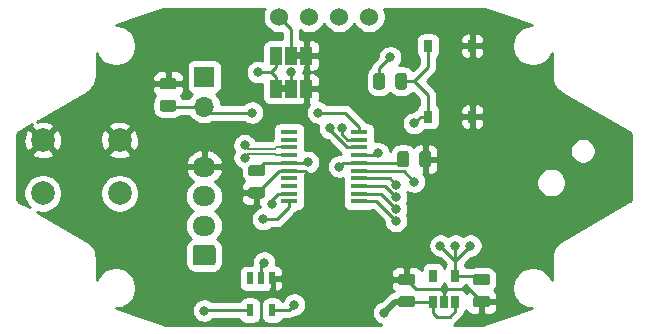
<source format=gbr>
G04 #@! TF.GenerationSoftware,KiCad,Pcbnew,(5.1.5)-3*
G04 #@! TF.CreationDate,2020-07-01T01:16:44-04:00*
G04 #@! TF.ProjectId,V0_Micro_Display,56305f4d-6963-4726-9f5f-446973706c61,rev?*
G04 #@! TF.SameCoordinates,Original*
G04 #@! TF.FileFunction,Copper,L2,Bot*
G04 #@! TF.FilePolarity,Positive*
%FSLAX46Y46*%
G04 Gerber Fmt 4.6, Leading zero omitted, Abs format (unit mm)*
G04 Created by KiCad (PCBNEW (5.1.5)-3) date 2020-07-01 01:16:44*
%MOMM*%
%LPD*%
G04 APERTURE LIST*
%ADD10C,0.100000*%
%ADD11R,0.750000X1.000000*%
%ADD12C,1.524000*%
%ADD13R,0.600000X1.050000*%
%ADD14R,0.650000X1.060000*%
%ADD15O,1.700000X1.700000*%
%ADD16R,1.700000X1.700000*%
%ADD17C,2.000000*%
%ADD18O,1.950000X1.700000*%
%ADD19R,1.450000X0.450000*%
%ADD20R,1.000000X1.500000*%
%ADD21C,0.800000*%
%ADD22C,0.250000*%
%ADD23C,0.500000*%
%ADD24C,0.200000*%
%ADD25C,0.254000*%
G04 APERTURE END LIST*
D10*
G36*
X-1900000Y9700000D02*
G01*
X-2400000Y9700000D01*
X-2400000Y9100000D01*
X-1900000Y9100000D01*
X-1900000Y9700000D01*
G37*
G36*
X-3700000Y6300000D02*
G01*
X-3200000Y6300000D01*
X-3200000Y6900000D01*
X-3700000Y6900000D01*
X-3700000Y6300000D01*
G37*
D11*
X8793000Y4232000D03*
X12543000Y10232000D03*
X8793000Y10232000D03*
X12543000Y4232000D03*
D12*
X3810000Y12700000D03*
X1270000Y12700000D03*
X-1270000Y12700000D03*
X-3810000Y12700000D03*
D13*
X-6284000Y-9445000D03*
X-5334000Y-9445000D03*
X-4384000Y-9445000D03*
X-4384000Y-12145000D03*
X-6284000Y-12145000D03*
D14*
X11110000Y-9230000D03*
X9210000Y-9230000D03*
X9210000Y-11430000D03*
X10160000Y-11430000D03*
X11110000Y-11430000D03*
G04 #@! TA.AperFunction,SMDPad,CuDef*
D10*
G36*
X-12727858Y7519826D02*
G01*
X-12704197Y7516316D01*
X-12680993Y7510504D01*
X-12658471Y7502446D01*
X-12636847Y7492218D01*
X-12616330Y7479921D01*
X-12597117Y7465671D01*
X-12579393Y7449607D01*
X-12563329Y7431883D01*
X-12549079Y7412670D01*
X-12536782Y7392153D01*
X-12526554Y7370529D01*
X-12518496Y7348007D01*
X-12512684Y7324803D01*
X-12509174Y7301142D01*
X-12508000Y7277250D01*
X-12508000Y6789750D01*
X-12509174Y6765858D01*
X-12512684Y6742197D01*
X-12518496Y6718993D01*
X-12526554Y6696471D01*
X-12536782Y6674847D01*
X-12549079Y6654330D01*
X-12563329Y6635117D01*
X-12579393Y6617393D01*
X-12597117Y6601329D01*
X-12616330Y6587079D01*
X-12636847Y6574782D01*
X-12658471Y6564554D01*
X-12680993Y6556496D01*
X-12704197Y6550684D01*
X-12727858Y6547174D01*
X-12751750Y6546000D01*
X-13664250Y6546000D01*
X-13688142Y6547174D01*
X-13711803Y6550684D01*
X-13735007Y6556496D01*
X-13757529Y6564554D01*
X-13779153Y6574782D01*
X-13799670Y6587079D01*
X-13818883Y6601329D01*
X-13836607Y6617393D01*
X-13852671Y6635117D01*
X-13866921Y6654330D01*
X-13879218Y6674847D01*
X-13889446Y6696471D01*
X-13897504Y6718993D01*
X-13903316Y6742197D01*
X-13906826Y6765858D01*
X-13908000Y6789750D01*
X-13908000Y7277250D01*
X-13906826Y7301142D01*
X-13903316Y7324803D01*
X-13897504Y7348007D01*
X-13889446Y7370529D01*
X-13879218Y7392153D01*
X-13866921Y7412670D01*
X-13852671Y7431883D01*
X-13836607Y7449607D01*
X-13818883Y7465671D01*
X-13799670Y7479921D01*
X-13779153Y7492218D01*
X-13757529Y7502446D01*
X-13735007Y7510504D01*
X-13711803Y7516316D01*
X-13688142Y7519826D01*
X-13664250Y7521000D01*
X-12751750Y7521000D01*
X-12727858Y7519826D01*
G37*
G04 #@! TD.AperFunction*
G04 #@! TA.AperFunction,SMDPad,CuDef*
G36*
X-12727858Y5644826D02*
G01*
X-12704197Y5641316D01*
X-12680993Y5635504D01*
X-12658471Y5627446D01*
X-12636847Y5617218D01*
X-12616330Y5604921D01*
X-12597117Y5590671D01*
X-12579393Y5574607D01*
X-12563329Y5556883D01*
X-12549079Y5537670D01*
X-12536782Y5517153D01*
X-12526554Y5495529D01*
X-12518496Y5473007D01*
X-12512684Y5449803D01*
X-12509174Y5426142D01*
X-12508000Y5402250D01*
X-12508000Y4914750D01*
X-12509174Y4890858D01*
X-12512684Y4867197D01*
X-12518496Y4843993D01*
X-12526554Y4821471D01*
X-12536782Y4799847D01*
X-12549079Y4779330D01*
X-12563329Y4760117D01*
X-12579393Y4742393D01*
X-12597117Y4726329D01*
X-12616330Y4712079D01*
X-12636847Y4699782D01*
X-12658471Y4689554D01*
X-12680993Y4681496D01*
X-12704197Y4675684D01*
X-12727858Y4672174D01*
X-12751750Y4671000D01*
X-13664250Y4671000D01*
X-13688142Y4672174D01*
X-13711803Y4675684D01*
X-13735007Y4681496D01*
X-13757529Y4689554D01*
X-13779153Y4699782D01*
X-13799670Y4712079D01*
X-13818883Y4726329D01*
X-13836607Y4742393D01*
X-13852671Y4760117D01*
X-13866921Y4779330D01*
X-13879218Y4799847D01*
X-13889446Y4821471D01*
X-13897504Y4843993D01*
X-13903316Y4867197D01*
X-13906826Y4890858D01*
X-13908000Y4914750D01*
X-13908000Y5402250D01*
X-13906826Y5426142D01*
X-13903316Y5449803D01*
X-13897504Y5473007D01*
X-13889446Y5495529D01*
X-13879218Y5517153D01*
X-13866921Y5537670D01*
X-13852671Y5556883D01*
X-13836607Y5574607D01*
X-13818883Y5590671D01*
X-13799670Y5604921D01*
X-13779153Y5617218D01*
X-13757529Y5627446D01*
X-13735007Y5635504D01*
X-13711803Y5641316D01*
X-13688142Y5644826D01*
X-13664250Y5646000D01*
X-12751750Y5646000D01*
X-12727858Y5644826D01*
G37*
G04 #@! TD.AperFunction*
G04 #@! TA.AperFunction,SMDPad,CuDef*
G36*
X6793142Y7930826D02*
G01*
X6816803Y7927316D01*
X6840007Y7921504D01*
X6862529Y7913446D01*
X6884153Y7903218D01*
X6904670Y7890921D01*
X6923883Y7876671D01*
X6941607Y7860607D01*
X6957671Y7842883D01*
X6971921Y7823670D01*
X6984218Y7803153D01*
X6994446Y7781529D01*
X7002504Y7759007D01*
X7008316Y7735803D01*
X7011826Y7712142D01*
X7013000Y7688250D01*
X7013000Y6775750D01*
X7011826Y6751858D01*
X7008316Y6728197D01*
X7002504Y6704993D01*
X6994446Y6682471D01*
X6984218Y6660847D01*
X6971921Y6640330D01*
X6957671Y6621117D01*
X6941607Y6603393D01*
X6923883Y6587329D01*
X6904670Y6573079D01*
X6884153Y6560782D01*
X6862529Y6550554D01*
X6840007Y6542496D01*
X6816803Y6536684D01*
X6793142Y6533174D01*
X6769250Y6532000D01*
X6281750Y6532000D01*
X6257858Y6533174D01*
X6234197Y6536684D01*
X6210993Y6542496D01*
X6188471Y6550554D01*
X6166847Y6560782D01*
X6146330Y6573079D01*
X6127117Y6587329D01*
X6109393Y6603393D01*
X6093329Y6621117D01*
X6079079Y6640330D01*
X6066782Y6660847D01*
X6056554Y6682471D01*
X6048496Y6704993D01*
X6042684Y6728197D01*
X6039174Y6751858D01*
X6038000Y6775750D01*
X6038000Y7688250D01*
X6039174Y7712142D01*
X6042684Y7735803D01*
X6048496Y7759007D01*
X6056554Y7781529D01*
X6066782Y7803153D01*
X6079079Y7823670D01*
X6093329Y7842883D01*
X6109393Y7860607D01*
X6127117Y7876671D01*
X6146330Y7890921D01*
X6166847Y7903218D01*
X6188471Y7913446D01*
X6210993Y7921504D01*
X6234197Y7927316D01*
X6257858Y7930826D01*
X6281750Y7932000D01*
X6769250Y7932000D01*
X6793142Y7930826D01*
G37*
G04 #@! TD.AperFunction*
G04 #@! TA.AperFunction,SMDPad,CuDef*
G36*
X4918142Y7930826D02*
G01*
X4941803Y7927316D01*
X4965007Y7921504D01*
X4987529Y7913446D01*
X5009153Y7903218D01*
X5029670Y7890921D01*
X5048883Y7876671D01*
X5066607Y7860607D01*
X5082671Y7842883D01*
X5096921Y7823670D01*
X5109218Y7803153D01*
X5119446Y7781529D01*
X5127504Y7759007D01*
X5133316Y7735803D01*
X5136826Y7712142D01*
X5138000Y7688250D01*
X5138000Y6775750D01*
X5136826Y6751858D01*
X5133316Y6728197D01*
X5127504Y6704993D01*
X5119446Y6682471D01*
X5109218Y6660847D01*
X5096921Y6640330D01*
X5082671Y6621117D01*
X5066607Y6603393D01*
X5048883Y6587329D01*
X5029670Y6573079D01*
X5009153Y6560782D01*
X4987529Y6550554D01*
X4965007Y6542496D01*
X4941803Y6536684D01*
X4918142Y6533174D01*
X4894250Y6532000D01*
X4406750Y6532000D01*
X4382858Y6533174D01*
X4359197Y6536684D01*
X4335993Y6542496D01*
X4313471Y6550554D01*
X4291847Y6560782D01*
X4271330Y6573079D01*
X4252117Y6587329D01*
X4234393Y6603393D01*
X4218329Y6621117D01*
X4204079Y6640330D01*
X4191782Y6660847D01*
X4181554Y6682471D01*
X4173496Y6704993D01*
X4167684Y6728197D01*
X4164174Y6751858D01*
X4163000Y6775750D01*
X4163000Y7688250D01*
X4164174Y7712142D01*
X4167684Y7735803D01*
X4173496Y7759007D01*
X4181554Y7781529D01*
X4191782Y7803153D01*
X4204079Y7823670D01*
X4218329Y7842883D01*
X4234393Y7860607D01*
X4252117Y7876671D01*
X4271330Y7890921D01*
X4291847Y7903218D01*
X4313471Y7913446D01*
X4335993Y7921504D01*
X4359197Y7927316D01*
X4382858Y7930826D01*
X4406750Y7932000D01*
X4894250Y7932000D01*
X4918142Y7930826D01*
G37*
G04 #@! TD.AperFunction*
D15*
X-10160000Y5080000D03*
D16*
X-10160000Y7620000D03*
G04 #@! TA.AperFunction,SMDPad,CuDef*
D10*
G36*
X8825142Y1333826D02*
G01*
X8848803Y1330316D01*
X8872007Y1324504D01*
X8894529Y1316446D01*
X8916153Y1306218D01*
X8936670Y1293921D01*
X8955883Y1279671D01*
X8973607Y1263607D01*
X8989671Y1245883D01*
X9003921Y1226670D01*
X9016218Y1206153D01*
X9026446Y1184529D01*
X9034504Y1162007D01*
X9040316Y1138803D01*
X9043826Y1115142D01*
X9045000Y1091250D01*
X9045000Y178750D01*
X9043826Y154858D01*
X9040316Y131197D01*
X9034504Y107993D01*
X9026446Y85471D01*
X9016218Y63847D01*
X9003921Y43330D01*
X8989671Y24117D01*
X8973607Y6393D01*
X8955883Y-9671D01*
X8936670Y-23921D01*
X8916153Y-36218D01*
X8894529Y-46446D01*
X8872007Y-54504D01*
X8848803Y-60316D01*
X8825142Y-63826D01*
X8801250Y-65000D01*
X8313750Y-65000D01*
X8289858Y-63826D01*
X8266197Y-60316D01*
X8242993Y-54504D01*
X8220471Y-46446D01*
X8198847Y-36218D01*
X8178330Y-23921D01*
X8159117Y-9671D01*
X8141393Y6393D01*
X8125329Y24117D01*
X8111079Y43330D01*
X8098782Y63847D01*
X8088554Y85471D01*
X8080496Y107993D01*
X8074684Y131197D01*
X8071174Y154858D01*
X8070000Y178750D01*
X8070000Y1091250D01*
X8071174Y1115142D01*
X8074684Y1138803D01*
X8080496Y1162007D01*
X8088554Y1184529D01*
X8098782Y1206153D01*
X8111079Y1226670D01*
X8125329Y1245883D01*
X8141393Y1263607D01*
X8159117Y1279671D01*
X8178330Y1293921D01*
X8198847Y1306218D01*
X8220471Y1316446D01*
X8242993Y1324504D01*
X8266197Y1330316D01*
X8289858Y1333826D01*
X8313750Y1335000D01*
X8801250Y1335000D01*
X8825142Y1333826D01*
G37*
G04 #@! TD.AperFunction*
G04 #@! TA.AperFunction,SMDPad,CuDef*
G36*
X6950142Y1333826D02*
G01*
X6973803Y1330316D01*
X6997007Y1324504D01*
X7019529Y1316446D01*
X7041153Y1306218D01*
X7061670Y1293921D01*
X7080883Y1279671D01*
X7098607Y1263607D01*
X7114671Y1245883D01*
X7128921Y1226670D01*
X7141218Y1206153D01*
X7151446Y1184529D01*
X7159504Y1162007D01*
X7165316Y1138803D01*
X7168826Y1115142D01*
X7170000Y1091250D01*
X7170000Y178750D01*
X7168826Y154858D01*
X7165316Y131197D01*
X7159504Y107993D01*
X7151446Y85471D01*
X7141218Y63847D01*
X7128921Y43330D01*
X7114671Y24117D01*
X7098607Y6393D01*
X7080883Y-9671D01*
X7061670Y-23921D01*
X7041153Y-36218D01*
X7019529Y-46446D01*
X6997007Y-54504D01*
X6973803Y-60316D01*
X6950142Y-63826D01*
X6926250Y-65000D01*
X6438750Y-65000D01*
X6414858Y-63826D01*
X6391197Y-60316D01*
X6367993Y-54504D01*
X6345471Y-46446D01*
X6323847Y-36218D01*
X6303330Y-23921D01*
X6284117Y-9671D01*
X6266393Y6393D01*
X6250329Y24117D01*
X6236079Y43330D01*
X6223782Y63847D01*
X6213554Y85471D01*
X6205496Y107993D01*
X6199684Y131197D01*
X6196174Y154858D01*
X6195000Y178750D01*
X6195000Y1091250D01*
X6196174Y1115142D01*
X6199684Y1138803D01*
X6205496Y1162007D01*
X6213554Y1184529D01*
X6223782Y1206153D01*
X6236079Y1226670D01*
X6250329Y1245883D01*
X6266393Y1263607D01*
X6284117Y1279671D01*
X6303330Y1293921D01*
X6323847Y1306218D01*
X6345471Y1316446D01*
X6367993Y1324504D01*
X6391197Y1330316D01*
X6414858Y1333826D01*
X6438750Y1335000D01*
X6926250Y1335000D01*
X6950142Y1333826D01*
G37*
G04 #@! TD.AperFunction*
G04 #@! TA.AperFunction,SMDPad,CuDef*
G36*
X-5234858Y-1721174D02*
G01*
X-5211197Y-1724684D01*
X-5187993Y-1730496D01*
X-5165471Y-1738554D01*
X-5143847Y-1748782D01*
X-5123330Y-1761079D01*
X-5104117Y-1775329D01*
X-5086393Y-1791393D01*
X-5070329Y-1809117D01*
X-5056079Y-1828330D01*
X-5043782Y-1848847D01*
X-5033554Y-1870471D01*
X-5025496Y-1892993D01*
X-5019684Y-1916197D01*
X-5016174Y-1939858D01*
X-5015000Y-1963750D01*
X-5015000Y-2451250D01*
X-5016174Y-2475142D01*
X-5019684Y-2498803D01*
X-5025496Y-2522007D01*
X-5033554Y-2544529D01*
X-5043782Y-2566153D01*
X-5056079Y-2586670D01*
X-5070329Y-2605883D01*
X-5086393Y-2623607D01*
X-5104117Y-2639671D01*
X-5123330Y-2653921D01*
X-5143847Y-2666218D01*
X-5165471Y-2676446D01*
X-5187993Y-2684504D01*
X-5211197Y-2690316D01*
X-5234858Y-2693826D01*
X-5258750Y-2695000D01*
X-6171250Y-2695000D01*
X-6195142Y-2693826D01*
X-6218803Y-2690316D01*
X-6242007Y-2684504D01*
X-6264529Y-2676446D01*
X-6286153Y-2666218D01*
X-6306670Y-2653921D01*
X-6325883Y-2639671D01*
X-6343607Y-2623607D01*
X-6359671Y-2605883D01*
X-6373921Y-2586670D01*
X-6386218Y-2566153D01*
X-6396446Y-2544529D01*
X-6404504Y-2522007D01*
X-6410316Y-2498803D01*
X-6413826Y-2475142D01*
X-6415000Y-2451250D01*
X-6415000Y-1963750D01*
X-6413826Y-1939858D01*
X-6410316Y-1916197D01*
X-6404504Y-1892993D01*
X-6396446Y-1870471D01*
X-6386218Y-1848847D01*
X-6373921Y-1828330D01*
X-6359671Y-1809117D01*
X-6343607Y-1791393D01*
X-6325883Y-1775329D01*
X-6306670Y-1761079D01*
X-6286153Y-1748782D01*
X-6264529Y-1738554D01*
X-6242007Y-1730496D01*
X-6218803Y-1724684D01*
X-6195142Y-1721174D01*
X-6171250Y-1720000D01*
X-5258750Y-1720000D01*
X-5234858Y-1721174D01*
G37*
G04 #@! TD.AperFunction*
G04 #@! TA.AperFunction,SMDPad,CuDef*
G36*
X-5234858Y153826D02*
G01*
X-5211197Y150316D01*
X-5187993Y144504D01*
X-5165471Y136446D01*
X-5143847Y126218D01*
X-5123330Y113921D01*
X-5104117Y99671D01*
X-5086393Y83607D01*
X-5070329Y65883D01*
X-5056079Y46670D01*
X-5043782Y26153D01*
X-5033554Y4529D01*
X-5025496Y-17993D01*
X-5019684Y-41197D01*
X-5016174Y-64858D01*
X-5015000Y-88750D01*
X-5015000Y-576250D01*
X-5016174Y-600142D01*
X-5019684Y-623803D01*
X-5025496Y-647007D01*
X-5033554Y-669529D01*
X-5043782Y-691153D01*
X-5056079Y-711670D01*
X-5070329Y-730883D01*
X-5086393Y-748607D01*
X-5104117Y-764671D01*
X-5123330Y-778921D01*
X-5143847Y-791218D01*
X-5165471Y-801446D01*
X-5187993Y-809504D01*
X-5211197Y-815316D01*
X-5234858Y-818826D01*
X-5258750Y-820000D01*
X-6171250Y-820000D01*
X-6195142Y-818826D01*
X-6218803Y-815316D01*
X-6242007Y-809504D01*
X-6264529Y-801446D01*
X-6286153Y-791218D01*
X-6306670Y-778921D01*
X-6325883Y-764671D01*
X-6343607Y-748607D01*
X-6359671Y-730883D01*
X-6373921Y-711670D01*
X-6386218Y-691153D01*
X-6396446Y-669529D01*
X-6404504Y-647007D01*
X-6410316Y-623803D01*
X-6413826Y-600142D01*
X-6415000Y-576250D01*
X-6415000Y-88750D01*
X-6413826Y-64858D01*
X-6410316Y-41197D01*
X-6404504Y-17993D01*
X-6396446Y4529D01*
X-6386218Y26153D01*
X-6373921Y46670D01*
X-6359671Y65883D01*
X-6343607Y83607D01*
X-6325883Y99671D01*
X-6306670Y113921D01*
X-6286153Y126218D01*
X-6264529Y136446D01*
X-6242007Y144504D01*
X-6218803Y150316D01*
X-6195142Y153826D01*
X-6171250Y155000D01*
X-5258750Y155000D01*
X-5234858Y153826D01*
G37*
G04 #@! TD.AperFunction*
G04 #@! TA.AperFunction,SMDPad,CuDef*
G36*
X13815142Y-10943674D02*
G01*
X13838803Y-10947184D01*
X13862007Y-10952996D01*
X13884529Y-10961054D01*
X13906153Y-10971282D01*
X13926670Y-10983579D01*
X13945883Y-10997829D01*
X13963607Y-11013893D01*
X13979671Y-11031617D01*
X13993921Y-11050830D01*
X14006218Y-11071347D01*
X14016446Y-11092971D01*
X14024504Y-11115493D01*
X14030316Y-11138697D01*
X14033826Y-11162358D01*
X14035000Y-11186250D01*
X14035000Y-11673750D01*
X14033826Y-11697642D01*
X14030316Y-11721303D01*
X14024504Y-11744507D01*
X14016446Y-11767029D01*
X14006218Y-11788653D01*
X13993921Y-11809170D01*
X13979671Y-11828383D01*
X13963607Y-11846107D01*
X13945883Y-11862171D01*
X13926670Y-11876421D01*
X13906153Y-11888718D01*
X13884529Y-11898946D01*
X13862007Y-11907004D01*
X13838803Y-11912816D01*
X13815142Y-11916326D01*
X13791250Y-11917500D01*
X12878750Y-11917500D01*
X12854858Y-11916326D01*
X12831197Y-11912816D01*
X12807993Y-11907004D01*
X12785471Y-11898946D01*
X12763847Y-11888718D01*
X12743330Y-11876421D01*
X12724117Y-11862171D01*
X12706393Y-11846107D01*
X12690329Y-11828383D01*
X12676079Y-11809170D01*
X12663782Y-11788653D01*
X12653554Y-11767029D01*
X12645496Y-11744507D01*
X12639684Y-11721303D01*
X12636174Y-11697642D01*
X12635000Y-11673750D01*
X12635000Y-11186250D01*
X12636174Y-11162358D01*
X12639684Y-11138697D01*
X12645496Y-11115493D01*
X12653554Y-11092971D01*
X12663782Y-11071347D01*
X12676079Y-11050830D01*
X12690329Y-11031617D01*
X12706393Y-11013893D01*
X12724117Y-10997829D01*
X12743330Y-10983579D01*
X12763847Y-10971282D01*
X12785471Y-10961054D01*
X12807993Y-10952996D01*
X12831197Y-10947184D01*
X12854858Y-10943674D01*
X12878750Y-10942500D01*
X13791250Y-10942500D01*
X13815142Y-10943674D01*
G37*
G04 #@! TD.AperFunction*
G04 #@! TA.AperFunction,SMDPad,CuDef*
G36*
X13815142Y-9068674D02*
G01*
X13838803Y-9072184D01*
X13862007Y-9077996D01*
X13884529Y-9086054D01*
X13906153Y-9096282D01*
X13926670Y-9108579D01*
X13945883Y-9122829D01*
X13963607Y-9138893D01*
X13979671Y-9156617D01*
X13993921Y-9175830D01*
X14006218Y-9196347D01*
X14016446Y-9217971D01*
X14024504Y-9240493D01*
X14030316Y-9263697D01*
X14033826Y-9287358D01*
X14035000Y-9311250D01*
X14035000Y-9798750D01*
X14033826Y-9822642D01*
X14030316Y-9846303D01*
X14024504Y-9869507D01*
X14016446Y-9892029D01*
X14006218Y-9913653D01*
X13993921Y-9934170D01*
X13979671Y-9953383D01*
X13963607Y-9971107D01*
X13945883Y-9987171D01*
X13926670Y-10001421D01*
X13906153Y-10013718D01*
X13884529Y-10023946D01*
X13862007Y-10032004D01*
X13838803Y-10037816D01*
X13815142Y-10041326D01*
X13791250Y-10042500D01*
X12878750Y-10042500D01*
X12854858Y-10041326D01*
X12831197Y-10037816D01*
X12807993Y-10032004D01*
X12785471Y-10023946D01*
X12763847Y-10013718D01*
X12743330Y-10001421D01*
X12724117Y-9987171D01*
X12706393Y-9971107D01*
X12690329Y-9953383D01*
X12676079Y-9934170D01*
X12663782Y-9913653D01*
X12653554Y-9892029D01*
X12645496Y-9869507D01*
X12639684Y-9846303D01*
X12636174Y-9822642D01*
X12635000Y-9798750D01*
X12635000Y-9311250D01*
X12636174Y-9287358D01*
X12639684Y-9263697D01*
X12645496Y-9240493D01*
X12653554Y-9217971D01*
X12663782Y-9196347D01*
X12676079Y-9175830D01*
X12690329Y-9156617D01*
X12706393Y-9138893D01*
X12724117Y-9122829D01*
X12743330Y-9108579D01*
X12763847Y-9096282D01*
X12785471Y-9086054D01*
X12807993Y-9077996D01*
X12831197Y-9072184D01*
X12854858Y-9068674D01*
X12878750Y-9067500D01*
X13791250Y-9067500D01*
X13815142Y-9068674D01*
G37*
G04 #@! TD.AperFunction*
G04 #@! TA.AperFunction,SMDPad,CuDef*
G36*
X7465142Y-9068674D02*
G01*
X7488803Y-9072184D01*
X7512007Y-9077996D01*
X7534529Y-9086054D01*
X7556153Y-9096282D01*
X7576670Y-9108579D01*
X7595883Y-9122829D01*
X7613607Y-9138893D01*
X7629671Y-9156617D01*
X7643921Y-9175830D01*
X7656218Y-9196347D01*
X7666446Y-9217971D01*
X7674504Y-9240493D01*
X7680316Y-9263697D01*
X7683826Y-9287358D01*
X7685000Y-9311250D01*
X7685000Y-9798750D01*
X7683826Y-9822642D01*
X7680316Y-9846303D01*
X7674504Y-9869507D01*
X7666446Y-9892029D01*
X7656218Y-9913653D01*
X7643921Y-9934170D01*
X7629671Y-9953383D01*
X7613607Y-9971107D01*
X7595883Y-9987171D01*
X7576670Y-10001421D01*
X7556153Y-10013718D01*
X7534529Y-10023946D01*
X7512007Y-10032004D01*
X7488803Y-10037816D01*
X7465142Y-10041326D01*
X7441250Y-10042500D01*
X6528750Y-10042500D01*
X6504858Y-10041326D01*
X6481197Y-10037816D01*
X6457993Y-10032004D01*
X6435471Y-10023946D01*
X6413847Y-10013718D01*
X6393330Y-10001421D01*
X6374117Y-9987171D01*
X6356393Y-9971107D01*
X6340329Y-9953383D01*
X6326079Y-9934170D01*
X6313782Y-9913653D01*
X6303554Y-9892029D01*
X6295496Y-9869507D01*
X6289684Y-9846303D01*
X6286174Y-9822642D01*
X6285000Y-9798750D01*
X6285000Y-9311250D01*
X6286174Y-9287358D01*
X6289684Y-9263697D01*
X6295496Y-9240493D01*
X6303554Y-9217971D01*
X6313782Y-9196347D01*
X6326079Y-9175830D01*
X6340329Y-9156617D01*
X6356393Y-9138893D01*
X6374117Y-9122829D01*
X6393330Y-9108579D01*
X6413847Y-9096282D01*
X6435471Y-9086054D01*
X6457993Y-9077996D01*
X6481197Y-9072184D01*
X6504858Y-9068674D01*
X6528750Y-9067500D01*
X7441250Y-9067500D01*
X7465142Y-9068674D01*
G37*
G04 #@! TD.AperFunction*
G04 #@! TA.AperFunction,SMDPad,CuDef*
G36*
X7465142Y-10943674D02*
G01*
X7488803Y-10947184D01*
X7512007Y-10952996D01*
X7534529Y-10961054D01*
X7556153Y-10971282D01*
X7576670Y-10983579D01*
X7595883Y-10997829D01*
X7613607Y-11013893D01*
X7629671Y-11031617D01*
X7643921Y-11050830D01*
X7656218Y-11071347D01*
X7666446Y-11092971D01*
X7674504Y-11115493D01*
X7680316Y-11138697D01*
X7683826Y-11162358D01*
X7685000Y-11186250D01*
X7685000Y-11673750D01*
X7683826Y-11697642D01*
X7680316Y-11721303D01*
X7674504Y-11744507D01*
X7666446Y-11767029D01*
X7656218Y-11788653D01*
X7643921Y-11809170D01*
X7629671Y-11828383D01*
X7613607Y-11846107D01*
X7595883Y-11862171D01*
X7576670Y-11876421D01*
X7556153Y-11888718D01*
X7534529Y-11898946D01*
X7512007Y-11907004D01*
X7488803Y-11912816D01*
X7465142Y-11916326D01*
X7441250Y-11917500D01*
X6528750Y-11917500D01*
X6504858Y-11916326D01*
X6481197Y-11912816D01*
X6457993Y-11907004D01*
X6435471Y-11898946D01*
X6413847Y-11888718D01*
X6393330Y-11876421D01*
X6374117Y-11862171D01*
X6356393Y-11846107D01*
X6340329Y-11828383D01*
X6326079Y-11809170D01*
X6313782Y-11788653D01*
X6303554Y-11767029D01*
X6295496Y-11744507D01*
X6289684Y-11721303D01*
X6286174Y-11697642D01*
X6285000Y-11673750D01*
X6285000Y-11186250D01*
X6286174Y-11162358D01*
X6289684Y-11138697D01*
X6295496Y-11115493D01*
X6303554Y-11092971D01*
X6313782Y-11071347D01*
X6326079Y-11050830D01*
X6340329Y-11031617D01*
X6356393Y-11013893D01*
X6374117Y-10997829D01*
X6393330Y-10983579D01*
X6413847Y-10971282D01*
X6435471Y-10961054D01*
X6457993Y-10952996D01*
X6481197Y-10947184D01*
X6504858Y-10943674D01*
X6528750Y-10942500D01*
X7441250Y-10942500D01*
X7465142Y-10943674D01*
G37*
G04 #@! TD.AperFunction*
D17*
X-23820000Y-2250000D03*
X-23820000Y2250000D03*
X-17320000Y-2250000D03*
X-17320000Y2250000D03*
D18*
X-10160000Y0D03*
X-10160000Y-2500000D03*
X-10160000Y-5000000D03*
G04 #@! TA.AperFunction,ComponentPad*
D10*
G36*
X-9410496Y-6651204D02*
G01*
X-9386227Y-6654804D01*
X-9362429Y-6660765D01*
X-9339329Y-6669030D01*
X-9317151Y-6679520D01*
X-9296107Y-6692133D01*
X-9276402Y-6706747D01*
X-9258223Y-6723223D01*
X-9241747Y-6741402D01*
X-9227133Y-6761107D01*
X-9214520Y-6782151D01*
X-9204030Y-6804329D01*
X-9195765Y-6827429D01*
X-9189804Y-6851227D01*
X-9186204Y-6875496D01*
X-9185000Y-6900000D01*
X-9185000Y-8100000D01*
X-9186204Y-8124504D01*
X-9189804Y-8148773D01*
X-9195765Y-8172571D01*
X-9204030Y-8195671D01*
X-9214520Y-8217849D01*
X-9227133Y-8238893D01*
X-9241747Y-8258598D01*
X-9258223Y-8276777D01*
X-9276402Y-8293253D01*
X-9296107Y-8307867D01*
X-9317151Y-8320480D01*
X-9339329Y-8330970D01*
X-9362429Y-8339235D01*
X-9386227Y-8345196D01*
X-9410496Y-8348796D01*
X-9435000Y-8350000D01*
X-10885000Y-8350000D01*
X-10909504Y-8348796D01*
X-10933773Y-8345196D01*
X-10957571Y-8339235D01*
X-10980671Y-8330970D01*
X-11002849Y-8320480D01*
X-11023893Y-8307867D01*
X-11043598Y-8293253D01*
X-11061777Y-8276777D01*
X-11078253Y-8258598D01*
X-11092867Y-8238893D01*
X-11105480Y-8217849D01*
X-11115970Y-8195671D01*
X-11124235Y-8172571D01*
X-11130196Y-8148773D01*
X-11133796Y-8124504D01*
X-11135000Y-8100000D01*
X-11135000Y-6900000D01*
X-11133796Y-6875496D01*
X-11130196Y-6851227D01*
X-11124235Y-6827429D01*
X-11115970Y-6804329D01*
X-11105480Y-6782151D01*
X-11092867Y-6761107D01*
X-11078253Y-6741402D01*
X-11061777Y-6723223D01*
X-11043598Y-6706747D01*
X-11023893Y-6692133D01*
X-11002849Y-6679520D01*
X-10980671Y-6669030D01*
X-10957571Y-6660765D01*
X-10933773Y-6654804D01*
X-10909504Y-6651204D01*
X-10885000Y-6650000D01*
X-9435000Y-6650000D01*
X-9410496Y-6651204D01*
G37*
G04 #@! TD.AperFunction*
D19*
X2950000Y2925000D03*
X2950000Y2275000D03*
X2950000Y1625000D03*
X2950000Y975000D03*
X2950000Y325000D03*
X2950000Y-325000D03*
X2950000Y-975000D03*
X2950000Y-1625000D03*
X2950000Y-2275000D03*
X2950000Y-2925000D03*
X-2950000Y-2925000D03*
X-2950000Y-2275000D03*
X-2950000Y-1625000D03*
X-2950000Y-975000D03*
X-2950000Y-325000D03*
X-2950000Y325000D03*
X-2950000Y975000D03*
X-2950000Y1625000D03*
X-2950000Y2275000D03*
X-2950000Y2925000D03*
D20*
X-1500000Y9400000D03*
X-4100000Y9400000D03*
X-2800000Y9400000D03*
X-2800000Y6600000D03*
X-1500000Y6600000D03*
X-4100000Y6600000D03*
D21*
X24765000Y-3175000D03*
X0Y-10795000D03*
X5080000Y-12362000D03*
X-10160000Y-12192000D03*
X-1380000Y395000D03*
X12380000Y-6690000D03*
X11110000Y-6690000D03*
X9840000Y-6690000D03*
X-5600000Y8000000D03*
X1270000Y0D03*
X5588000Y9264000D03*
X-2540000Y-11684000D03*
X1500000Y3250000D03*
X500000Y3250000D03*
X-2800000Y8000000D03*
X7620000Y3676000D03*
X4572000Y1136000D03*
X-508000Y4572000D03*
X-6096000Y4572000D03*
X-6731000Y1825000D03*
X-6731000Y775000D03*
X-5170000Y-4445000D03*
X6082041Y-4585959D03*
X7620000Y-1270000D03*
X6086694Y-3565306D03*
X6091347Y-2544653D03*
X-4445000Y-3175000D03*
X-5080000Y-8128000D03*
X6096000Y-1524000D03*
D22*
X-2950000Y-325000D02*
X-1580000Y-325000D01*
X-1580000Y-325000D02*
X-1270000Y-635000D01*
X10160000Y-10650000D02*
X9840000Y-10330000D01*
X10160000Y-11430000D02*
X10160000Y-10650000D01*
X7760000Y-10330000D02*
X6985000Y-9555000D01*
X9840000Y-10330000D02*
X7760000Y-10330000D01*
X10160000Y-10650000D02*
X10480000Y-10330000D01*
X12235000Y-10330000D02*
X13335000Y-11430000D01*
X10480000Y-10330000D02*
X12235000Y-10330000D01*
X-1500000Y9400000D02*
X-1500000Y6600000D01*
X-3832500Y-325000D02*
X-2950000Y-325000D01*
X-5715000Y-2207500D02*
X-3832500Y-325000D01*
X11110000Y-12210000D02*
X10620000Y-12700000D01*
X11110000Y-11430000D02*
X11110000Y-12210000D01*
X10620000Y-12700000D02*
X9525000Y-12700000D01*
X9210000Y-12385000D02*
X9210000Y-11430000D01*
X9525000Y-12700000D02*
X9210000Y-12385000D01*
X9210000Y-11430000D02*
X6985000Y-11430000D01*
D23*
X6012000Y-11430000D02*
X6985000Y-11430000D01*
X5080000Y-12362000D02*
X6012000Y-11430000D01*
D22*
X-10113000Y-12145000D02*
X-10160000Y-12192000D01*
X-6284000Y-12145000D02*
X-10113000Y-12145000D01*
X-2950000Y325000D02*
X-1450000Y325000D01*
X-1450000Y325000D02*
X-1380000Y395000D01*
X-5057500Y325000D02*
X-5229473Y153027D01*
X-5229473Y153027D02*
X-5715000Y-332500D01*
X-2950000Y325000D02*
X-5057500Y325000D01*
X13010000Y-9230000D02*
X13335000Y-9555000D01*
X11110000Y-9230000D02*
X13010000Y-9230000D01*
X11110000Y-9230000D02*
X11110000Y-7960000D01*
X11110000Y-7960000D02*
X9840000Y-6690000D01*
X11110000Y-7960000D02*
X11110000Y-6690000D01*
X11110000Y-7960000D02*
X12380000Y-6690000D01*
X12380000Y-6690000D02*
X12380000Y-6690000D01*
X11110000Y-6690000D02*
X11110000Y-6690000D01*
X9840000Y-6690000D02*
X9840000Y-6690000D01*
X6372500Y325000D02*
X6682500Y635000D01*
X2950000Y325000D02*
X6372500Y325000D01*
X-4100000Y6600000D02*
X-4100000Y7600000D01*
X-4100000Y7600000D02*
X-4500000Y8000000D01*
X-4500000Y8000000D02*
X-5034315Y8000000D01*
X-4100000Y8400000D02*
X-4500000Y8000000D01*
X-5034315Y8000000D02*
X-5600000Y8000000D01*
X-4100000Y9400000D02*
X-4100000Y8400000D01*
X2950000Y325000D02*
X1595000Y325000D01*
X1595000Y325000D02*
X1270000Y0D01*
X4650500Y7232000D02*
X4650500Y8326500D01*
X4650500Y8326500D02*
X5588000Y9264000D01*
X-4304000Y-12065000D02*
X-4384000Y-12145000D01*
X-4384000Y-12145000D02*
X-3001000Y-12145000D01*
X-3001000Y-12145000D02*
X-2540000Y-11684000D01*
X1500000Y2750000D02*
X1500000Y3250000D01*
X2950000Y2275000D02*
X1975000Y2275000D01*
X1975000Y2275000D02*
X1500000Y2750000D01*
X500000Y3100000D02*
X500000Y3250000D01*
X2950000Y1625000D02*
X1975000Y1625000D01*
X1975000Y1625000D02*
X500000Y3100000D01*
X-2800000Y6600000D02*
X-2800000Y8000000D01*
X-2800000Y11690000D02*
X-3810000Y12700000D01*
X-2800000Y9400000D02*
X-2800000Y11690000D01*
X6525500Y7232000D02*
X7620000Y7232000D01*
X8793000Y8405000D02*
X8793000Y10232000D01*
X7620000Y7232000D02*
X8793000Y8405000D01*
X8793000Y6059000D02*
X8793000Y4232000D01*
X7620000Y7232000D02*
X8793000Y6059000D01*
X8793000Y4232000D02*
X8176000Y4232000D01*
X8176000Y4232000D02*
X7620000Y3676000D01*
X4411000Y975000D02*
X2950000Y975000D01*
X4572000Y1136000D02*
X4411000Y975000D01*
X2950000Y3400000D02*
X1778000Y4572000D01*
X2950000Y2925000D02*
X2950000Y3400000D01*
X1778000Y4572000D02*
X-508000Y4572000D01*
X-9652000Y4572000D02*
X-10160000Y5080000D01*
X-6096000Y4572000D02*
X-9652000Y4572000D01*
X-13129500Y5080000D02*
X-13208000Y5158500D01*
X-10160000Y5080000D02*
X-13129500Y5080000D01*
D24*
X-6431000Y1525000D02*
X-6731000Y1825000D01*
X-4037501Y1625000D02*
X-4137501Y1525000D01*
X-4137501Y1525000D02*
X-6431000Y1525000D01*
X-2950000Y1625000D02*
X-4037501Y1625000D01*
X-6431000Y1075000D02*
X-6731000Y775000D01*
X-4037501Y975000D02*
X-4137501Y1075000D01*
X-4137501Y1075000D02*
X-6431000Y1075000D01*
X-2950000Y975000D02*
X-4037501Y975000D01*
D22*
X-3995000Y-4445000D02*
X-5170000Y-4445000D01*
X-2950000Y-2925000D02*
X-2950000Y-3400000D01*
X-2950000Y-3400000D02*
X-3995000Y-4445000D01*
X2950000Y-2925000D02*
X4421082Y-2925000D01*
X4421082Y-2925000D02*
X6082041Y-4585959D01*
X6740010Y-390010D02*
X7620000Y-1270000D01*
X3990010Y-390010D02*
X6740010Y-390010D01*
X2950000Y-325000D02*
X3925000Y-325000D01*
X3925000Y-325000D02*
X3990010Y-390010D01*
X2950000Y-2275000D02*
X4796388Y-2275000D01*
X4796388Y-2275000D02*
X6086694Y-3565306D01*
X2950000Y-1625000D02*
X5171694Y-1625000D01*
X5171694Y-1625000D02*
X6091347Y-2544653D01*
X-4445000Y-2795000D02*
X-4445000Y-3175000D01*
X-2950000Y-2275000D02*
X-3925000Y-2275000D01*
X-3925000Y-2275000D02*
X-4445000Y-2795000D01*
X-5334000Y-9445000D02*
X-5334000Y-8382000D01*
X-5334000Y-8382000D02*
X-5080000Y-8128000D01*
X2950000Y-975000D02*
X5547000Y-975000D01*
X5547000Y-975000D02*
X6096000Y-1524000D01*
D25*
G36*
X-5048005Y13361727D02*
G01*
X-5153314Y13107490D01*
X-5207000Y12837592D01*
X-5207000Y12562408D01*
X-5153314Y12292510D01*
X-5048005Y12038273D01*
X-4895120Y11809465D01*
X-4700535Y11614880D01*
X-4471727Y11461995D01*
X-4217490Y11356686D01*
X-3947592Y11303000D01*
X-3672408Y11303000D01*
X-3559999Y11325359D01*
X-3559999Y10784132D01*
X-3600000Y10788072D01*
X-4600000Y10788072D01*
X-4724482Y10775812D01*
X-4844180Y10739502D01*
X-4954494Y10680537D01*
X-5051185Y10601185D01*
X-5130537Y10504494D01*
X-5189502Y10394180D01*
X-5225812Y10274482D01*
X-5238072Y10150000D01*
X-5238072Y8970361D01*
X-5298102Y8995226D01*
X-5498061Y9035000D01*
X-5701939Y9035000D01*
X-5901898Y8995226D01*
X-6090256Y8917205D01*
X-6259774Y8803937D01*
X-6403937Y8659774D01*
X-6517205Y8490256D01*
X-6595226Y8301898D01*
X-6635000Y8101939D01*
X-6635000Y7898061D01*
X-6595226Y7698102D01*
X-6517205Y7509744D01*
X-6403937Y7340226D01*
X-6259774Y7196063D01*
X-6090256Y7082795D01*
X-5901898Y7004774D01*
X-5701939Y6965000D01*
X-5498061Y6965000D01*
X-5298102Y7004774D01*
X-5238072Y7029639D01*
X-5238072Y5850000D01*
X-5225812Y5725518D01*
X-5189502Y5605820D01*
X-5130537Y5495506D01*
X-5051185Y5398815D01*
X-4954494Y5319463D01*
X-4844180Y5260498D01*
X-4724482Y5224188D01*
X-4600000Y5211928D01*
X-3600000Y5211928D01*
X-3475518Y5224188D01*
X-3450000Y5231929D01*
X-3424482Y5224188D01*
X-3300000Y5211928D01*
X-2300000Y5211928D01*
X-2175518Y5224188D01*
X-2150000Y5231929D01*
X-2124482Y5224188D01*
X-2000000Y5211928D01*
X-1785750Y5215000D01*
X-1627000Y5373750D01*
X-1627000Y6473000D01*
X-1647000Y6473000D01*
X-1647000Y6727000D01*
X-1627000Y6727000D01*
X-1627000Y7826250D01*
X-1373000Y7826250D01*
X-1373000Y6727000D01*
X-523750Y6727000D01*
X-365000Y6885750D01*
X-361928Y7350000D01*
X-374188Y7474482D01*
X-410498Y7594180D01*
X-460780Y7688250D01*
X3524928Y7688250D01*
X3524928Y6775750D01*
X3541872Y6603715D01*
X3592053Y6438291D01*
X3673542Y6285836D01*
X3783208Y6152208D01*
X3916836Y6042542D01*
X4069291Y5961053D01*
X4234715Y5910872D01*
X4406750Y5893928D01*
X4894250Y5893928D01*
X5066285Y5910872D01*
X5231709Y5961053D01*
X5384164Y6042542D01*
X5517792Y6152208D01*
X5588000Y6237756D01*
X5658208Y6152208D01*
X5791836Y6042542D01*
X5944291Y5961053D01*
X6109715Y5910872D01*
X6281750Y5893928D01*
X6769250Y5893928D01*
X6941285Y5910872D01*
X7106709Y5961053D01*
X7259164Y6042542D01*
X7392792Y6152208D01*
X7497457Y6279742D01*
X8033000Y5744198D01*
X8033000Y5237502D01*
X7966815Y5183185D01*
X7887463Y5086494D01*
X7828498Y4976180D01*
X7803817Y4894819D01*
X7751724Y4866974D01*
X7635999Y4772001D01*
X7612200Y4743002D01*
X7580198Y4711000D01*
X7518061Y4711000D01*
X7318102Y4671226D01*
X7129744Y4593205D01*
X6960226Y4479937D01*
X6816063Y4335774D01*
X6702795Y4166256D01*
X6624774Y3977898D01*
X6585000Y3777939D01*
X6585000Y3574061D01*
X6624774Y3374102D01*
X6702795Y3185744D01*
X6816063Y3016226D01*
X6960226Y2872063D01*
X7129744Y2758795D01*
X7318102Y2680774D01*
X7518061Y2641000D01*
X7721939Y2641000D01*
X7921898Y2680774D01*
X8110256Y2758795D01*
X8279774Y2872063D01*
X8423937Y3016226D01*
X8475856Y3093928D01*
X9168000Y3093928D01*
X9292482Y3106188D01*
X9412180Y3142498D01*
X9522494Y3201463D01*
X9619185Y3280815D01*
X9698537Y3377506D01*
X9757502Y3487820D01*
X9793812Y3607518D01*
X9806072Y3732000D01*
X11529928Y3732000D01*
X11542188Y3607518D01*
X11578498Y3487820D01*
X11637463Y3377506D01*
X11716815Y3280815D01*
X11813506Y3201463D01*
X11923820Y3142498D01*
X12043518Y3106188D01*
X12168000Y3093928D01*
X12257250Y3097000D01*
X12416000Y3255750D01*
X12416000Y4105000D01*
X12670000Y4105000D01*
X12670000Y3255750D01*
X12828750Y3097000D01*
X12918000Y3093928D01*
X13042482Y3106188D01*
X13162180Y3142498D01*
X13272494Y3201463D01*
X13369185Y3280815D01*
X13448537Y3377506D01*
X13507502Y3487820D01*
X13543812Y3607518D01*
X13556072Y3732000D01*
X13553000Y3946250D01*
X13394250Y4105000D01*
X12670000Y4105000D01*
X12416000Y4105000D01*
X11691750Y4105000D01*
X11533000Y3946250D01*
X11529928Y3732000D01*
X9806072Y3732000D01*
X9806072Y4732000D01*
X11529928Y4732000D01*
X11533000Y4517750D01*
X11691750Y4359000D01*
X12416000Y4359000D01*
X12416000Y5208250D01*
X12670000Y5208250D01*
X12670000Y4359000D01*
X13394250Y4359000D01*
X13553000Y4517750D01*
X13556072Y4732000D01*
X13543812Y4856482D01*
X13507502Y4976180D01*
X13448537Y5086494D01*
X13369185Y5183185D01*
X13272494Y5262537D01*
X13162180Y5321502D01*
X13042482Y5357812D01*
X12918000Y5370072D01*
X12828750Y5367000D01*
X12670000Y5208250D01*
X12416000Y5208250D01*
X12257250Y5367000D01*
X12168000Y5370072D01*
X12043518Y5357812D01*
X11923820Y5321502D01*
X11813506Y5262537D01*
X11716815Y5183185D01*
X11637463Y5086494D01*
X11578498Y4976180D01*
X11542188Y4856482D01*
X11529928Y4732000D01*
X9806072Y4732000D01*
X9793812Y4856482D01*
X9757502Y4976180D01*
X9698537Y5086494D01*
X9619185Y5183185D01*
X9553000Y5237501D01*
X9553000Y6021667D01*
X9556677Y6059000D01*
X9542003Y6207986D01*
X9498546Y6351247D01*
X9427974Y6483276D01*
X9366879Y6557720D01*
X9333001Y6599001D01*
X9304004Y6622798D01*
X8694801Y7232000D01*
X9304004Y7841202D01*
X9333001Y7864999D01*
X9427974Y7980724D01*
X9498546Y8112753D01*
X9542003Y8256014D01*
X9553000Y8367667D01*
X9553000Y8367668D01*
X9556677Y8405000D01*
X9553000Y8442333D01*
X9553000Y9226499D01*
X9619185Y9280815D01*
X9698537Y9377506D01*
X9757502Y9487820D01*
X9793812Y9607518D01*
X9806072Y9732000D01*
X11529928Y9732000D01*
X11542188Y9607518D01*
X11578498Y9487820D01*
X11637463Y9377506D01*
X11716815Y9280815D01*
X11813506Y9201463D01*
X11923820Y9142498D01*
X12043518Y9106188D01*
X12168000Y9093928D01*
X12257250Y9097000D01*
X12416000Y9255750D01*
X12416000Y10105000D01*
X12670000Y10105000D01*
X12670000Y9255750D01*
X12828750Y9097000D01*
X12918000Y9093928D01*
X13042482Y9106188D01*
X13162180Y9142498D01*
X13272494Y9201463D01*
X13369185Y9280815D01*
X13448537Y9377506D01*
X13507502Y9487820D01*
X13543812Y9607518D01*
X13556072Y9732000D01*
X13553000Y9946250D01*
X13394250Y10105000D01*
X12670000Y10105000D01*
X12416000Y10105000D01*
X11691750Y10105000D01*
X11533000Y9946250D01*
X11529928Y9732000D01*
X9806072Y9732000D01*
X9806072Y10732000D01*
X11529928Y10732000D01*
X11533000Y10517750D01*
X11691750Y10359000D01*
X12416000Y10359000D01*
X12416000Y11208250D01*
X12670000Y11208250D01*
X12670000Y10359000D01*
X13394250Y10359000D01*
X13553000Y10517750D01*
X13556072Y10732000D01*
X13543812Y10856482D01*
X13507502Y10976180D01*
X13448537Y11086494D01*
X13369185Y11183185D01*
X13272494Y11262537D01*
X13162180Y11321502D01*
X13042482Y11357812D01*
X12918000Y11370072D01*
X12828750Y11367000D01*
X12670000Y11208250D01*
X12416000Y11208250D01*
X12257250Y11367000D01*
X12168000Y11370072D01*
X12043518Y11357812D01*
X11923820Y11321502D01*
X11813506Y11262537D01*
X11716815Y11183185D01*
X11637463Y11086494D01*
X11578498Y10976180D01*
X11542188Y10856482D01*
X11529928Y10732000D01*
X9806072Y10732000D01*
X9793812Y10856482D01*
X9757502Y10976180D01*
X9698537Y11086494D01*
X9619185Y11183185D01*
X9522494Y11262537D01*
X9412180Y11321502D01*
X9292482Y11357812D01*
X9168000Y11370072D01*
X8418000Y11370072D01*
X8293518Y11357812D01*
X8173820Y11321502D01*
X8063506Y11262537D01*
X7966815Y11183185D01*
X7887463Y11086494D01*
X7828498Y10976180D01*
X7792188Y10856482D01*
X7779928Y10732000D01*
X7779928Y9732000D01*
X7792188Y9607518D01*
X7828498Y9487820D01*
X7887463Y9377506D01*
X7966815Y9280815D01*
X8033000Y9226498D01*
X8033000Y8719802D01*
X7497457Y8184258D01*
X7392792Y8311792D01*
X7259164Y8421458D01*
X7106709Y8502947D01*
X6941285Y8553128D01*
X6769250Y8570072D01*
X6357783Y8570072D01*
X6391937Y8604226D01*
X6505205Y8773744D01*
X6583226Y8962102D01*
X6623000Y9162061D01*
X6623000Y9365939D01*
X6583226Y9565898D01*
X6505205Y9754256D01*
X6391937Y9923774D01*
X6247774Y10067937D01*
X6078256Y10181205D01*
X5889898Y10259226D01*
X5689939Y10299000D01*
X5486061Y10299000D01*
X5286102Y10259226D01*
X5097744Y10181205D01*
X4928226Y10067937D01*
X4784063Y9923774D01*
X4670795Y9754256D01*
X4592774Y9565898D01*
X4553000Y9365939D01*
X4553000Y9303801D01*
X4139498Y8890299D01*
X4110500Y8866501D01*
X4086702Y8837503D01*
X4086701Y8837502D01*
X4015526Y8750776D01*
X3944954Y8618746D01*
X3930050Y8569612D01*
X3901986Y8477093D01*
X3901498Y8475485D01*
X3894360Y8403012D01*
X3783208Y8311792D01*
X3673542Y8178164D01*
X3592053Y8025709D01*
X3541872Y7860285D01*
X3524928Y7688250D01*
X-460780Y7688250D01*
X-469463Y7704494D01*
X-548815Y7801185D01*
X-645506Y7880537D01*
X-755820Y7939502D01*
X-875518Y7975812D01*
X-1000000Y7988072D01*
X-1214250Y7985000D01*
X-1373000Y7826250D01*
X-1627000Y7826250D01*
X-1765000Y7964250D01*
X-1765000Y8035750D01*
X-1627000Y8173750D01*
X-1627000Y8529407D01*
X-1605219Y8540988D01*
X-1552297Y8568655D01*
X-1550563Y8570049D01*
X-1548596Y8571095D01*
X-1502263Y8608883D01*
X-1455714Y8646310D01*
X-1454283Y8648015D01*
X-1452557Y8649423D01*
X-1414461Y8695473D01*
X-1376053Y8741246D01*
X-1374980Y8743198D01*
X-1373561Y8744913D01*
X-1373000Y8745951D01*
X-1373000Y8173750D01*
X-1214250Y8015000D01*
X-1000000Y8011928D01*
X-875518Y8024188D01*
X-755820Y8060498D01*
X-645506Y8119463D01*
X-548815Y8198815D01*
X-469463Y8295506D01*
X-410498Y8405820D01*
X-374188Y8525518D01*
X-361928Y8650000D01*
X-365000Y9114250D01*
X-523750Y9273000D01*
X-1265000Y9273000D01*
X-1265000Y9527000D01*
X-523750Y9527000D01*
X-365000Y9685750D01*
X-361928Y10150000D01*
X-374188Y10274482D01*
X-410498Y10394180D01*
X-469463Y10504494D01*
X-548815Y10601185D01*
X-645506Y10680537D01*
X-755820Y10739502D01*
X-875518Y10775812D01*
X-1000000Y10788072D01*
X-1214250Y10785000D01*
X-1373000Y10626250D01*
X-1373000Y10053740D01*
X-1408883Y10097737D01*
X-1446310Y10144286D01*
X-1448015Y10145717D01*
X-1449423Y10147443D01*
X-1495473Y10185539D01*
X-1541246Y10223947D01*
X-1543198Y10225020D01*
X-1544913Y10226439D01*
X-1597461Y10254851D01*
X-1627000Y10271091D01*
X-1627000Y10626250D01*
X-1785750Y10785000D01*
X-2000000Y10788072D01*
X-2040000Y10784132D01*
X-2040000Y11534341D01*
X-1931727Y11461995D01*
X-1677490Y11356686D01*
X-1407592Y11303000D01*
X-1132408Y11303000D01*
X-862510Y11356686D01*
X-608273Y11461995D01*
X-379465Y11614880D01*
X-184880Y11809465D01*
X-31995Y12038273D01*
X0Y12115515D01*
X31995Y12038273D01*
X184880Y11809465D01*
X379465Y11614880D01*
X608273Y11461995D01*
X862510Y11356686D01*
X1132408Y11303000D01*
X1407592Y11303000D01*
X1677490Y11356686D01*
X1931727Y11461995D01*
X2160535Y11614880D01*
X2355120Y11809465D01*
X2508005Y12038273D01*
X2540000Y12115515D01*
X2571995Y12038273D01*
X2724880Y11809465D01*
X2919465Y11614880D01*
X3148273Y11461995D01*
X3402510Y11356686D01*
X3672408Y11303000D01*
X3947592Y11303000D01*
X4217490Y11356686D01*
X4471727Y11461995D01*
X4700535Y11614880D01*
X4895120Y11809465D01*
X5048005Y12038273D01*
X5153314Y12292510D01*
X5207000Y12562408D01*
X5207000Y12837592D01*
X5153314Y13107490D01*
X5048005Y13361727D01*
X5046486Y13364000D01*
X13468879Y13364000D01*
X13580706Y13353035D01*
X13635531Y13338450D01*
X17621199Y11997544D01*
X17477882Y11997544D01*
X17140260Y11930387D01*
X16822227Y11798654D01*
X16536005Y11607406D01*
X16292594Y11363995D01*
X16101346Y11077773D01*
X15969613Y10759740D01*
X15902456Y10422118D01*
X15902456Y10077882D01*
X15969613Y9740260D01*
X16101346Y9422227D01*
X16292594Y9136005D01*
X16536005Y8892594D01*
X16822227Y8701346D01*
X17140260Y8569613D01*
X17477882Y8502456D01*
X17822118Y8502456D01*
X18159740Y8569613D01*
X18477773Y8701346D01*
X18763995Y8892594D01*
X19007406Y9136005D01*
X19198654Y9422227D01*
X19267572Y9588610D01*
X19267571Y7633084D01*
X19268660Y7622029D01*
X19270394Y7572371D01*
X19275387Y7534950D01*
X19277494Y7497268D01*
X19278914Y7488502D01*
X19311462Y7296069D01*
X19326564Y7240485D01*
X19340910Y7184612D01*
X19344005Y7176289D01*
X19413309Y6993843D01*
X19438938Y6942214D01*
X19463849Y6890222D01*
X19468502Y6882658D01*
X19571925Y6717149D01*
X19607071Y6671512D01*
X19641624Y6625323D01*
X19647657Y6618808D01*
X19781257Y6476538D01*
X19824597Y6438597D01*
X19867468Y6399996D01*
X19874652Y6394777D01*
X20033341Y6281167D01*
X20033349Y6281162D01*
X20058516Y6263128D01*
X25797911Y2949487D01*
X25880609Y2890280D01*
X25928835Y2838925D01*
X25966163Y2779188D01*
X25991180Y2713331D01*
X26006282Y2624042D01*
X26006858Y2607552D01*
X26006857Y-2587595D01*
X25996933Y-2688808D01*
X25976573Y-2756242D01*
X25943502Y-2818440D01*
X25898976Y-2873034D01*
X25829198Y-2930760D01*
X25815240Y-2939481D01*
X20058516Y-6263128D01*
X20049487Y-6269598D01*
X20007355Y-6295924D01*
X19977448Y-6318955D01*
X19945857Y-6339628D01*
X19938975Y-6345241D01*
X19788597Y-6469644D01*
X19747982Y-6510545D01*
X19706796Y-6550877D01*
X19701135Y-6557719D01*
X19577785Y-6708961D01*
X19545893Y-6756964D01*
X19513319Y-6804537D01*
X19509095Y-6812348D01*
X19417470Y-6984671D01*
X19395506Y-7037961D01*
X19372796Y-7090947D01*
X19370170Y-7099430D01*
X19313761Y-7286266D01*
X19302568Y-7342798D01*
X19290580Y-7399196D01*
X19289651Y-7408027D01*
X19270606Y-7602261D01*
X19270606Y-7602279D01*
X19267572Y-7633083D01*
X19267571Y-9588609D01*
X19198654Y-9422227D01*
X19007406Y-9136005D01*
X18763995Y-8892594D01*
X18477773Y-8701346D01*
X18159740Y-8569613D01*
X17822118Y-8502456D01*
X17477882Y-8502456D01*
X17140260Y-8569613D01*
X16822227Y-8701346D01*
X16536005Y-8892594D01*
X16292594Y-9136005D01*
X16101346Y-9422227D01*
X15969613Y-9740260D01*
X15902456Y-10077882D01*
X15902456Y-10422118D01*
X15969613Y-10759740D01*
X16101346Y-11077773D01*
X16292594Y-11363995D01*
X16536005Y-11607406D01*
X16822227Y-11798654D01*
X17140260Y-11930387D01*
X17477882Y-11997544D01*
X17621199Y-11997544D01*
X13645542Y-13335082D01*
X13536079Y-13360343D01*
X13479482Y-13364000D01*
X10989973Y-13364000D01*
X11044276Y-13334974D01*
X11160001Y-13240001D01*
X11183804Y-13210997D01*
X11620997Y-12773804D01*
X11650001Y-12750001D01*
X11744974Y-12634276D01*
X11815546Y-12502247D01*
X11828911Y-12458189D01*
X11886185Y-12411185D01*
X11965537Y-12314494D01*
X12024502Y-12204180D01*
X12041446Y-12148323D01*
X12045498Y-12161680D01*
X12104463Y-12271994D01*
X12183815Y-12368685D01*
X12280506Y-12448037D01*
X12390820Y-12507002D01*
X12510518Y-12543312D01*
X12635000Y-12555572D01*
X13049250Y-12552500D01*
X13208000Y-12393750D01*
X13208000Y-11557000D01*
X13462000Y-11557000D01*
X13462000Y-12393750D01*
X13620750Y-12552500D01*
X14035000Y-12555572D01*
X14159482Y-12543312D01*
X14279180Y-12507002D01*
X14389494Y-12448037D01*
X14486185Y-12368685D01*
X14565537Y-12271994D01*
X14624502Y-12161680D01*
X14660812Y-12041982D01*
X14673072Y-11917500D01*
X14670000Y-11715750D01*
X14511250Y-11557000D01*
X13462000Y-11557000D01*
X13208000Y-11557000D01*
X13188000Y-11557000D01*
X13188000Y-11303000D01*
X13208000Y-11303000D01*
X13208000Y-11283000D01*
X13462000Y-11283000D01*
X13462000Y-11303000D01*
X14511250Y-11303000D01*
X14670000Y-11144250D01*
X14673072Y-10942500D01*
X14660812Y-10818018D01*
X14624502Y-10698320D01*
X14565537Y-10588006D01*
X14486185Y-10491315D01*
X14408436Y-10427508D01*
X14414792Y-10422292D01*
X14524458Y-10288664D01*
X14605947Y-10136209D01*
X14656128Y-9970785D01*
X14673072Y-9798750D01*
X14673072Y-9311250D01*
X14656128Y-9139215D01*
X14605947Y-8973791D01*
X14524458Y-8821336D01*
X14414792Y-8687708D01*
X14281164Y-8578042D01*
X14128709Y-8496553D01*
X13963285Y-8446372D01*
X13791250Y-8429428D01*
X12878750Y-8429428D01*
X12706715Y-8446372D01*
X12628824Y-8470000D01*
X12028803Y-8470000D01*
X12024502Y-8455820D01*
X11965537Y-8345506D01*
X11890603Y-8254198D01*
X12419802Y-7725000D01*
X12481939Y-7725000D01*
X12681898Y-7685226D01*
X12870256Y-7607205D01*
X13039774Y-7493937D01*
X13183937Y-7349774D01*
X13297205Y-7180256D01*
X13375226Y-6991898D01*
X13415000Y-6791939D01*
X13415000Y-6588061D01*
X13375226Y-6388102D01*
X13297205Y-6199744D01*
X13183937Y-6030226D01*
X13039774Y-5886063D01*
X12870256Y-5772795D01*
X12681898Y-5694774D01*
X12481939Y-5655000D01*
X12278061Y-5655000D01*
X12078102Y-5694774D01*
X11889744Y-5772795D01*
X11745000Y-5869510D01*
X11600256Y-5772795D01*
X11411898Y-5694774D01*
X11211939Y-5655000D01*
X11008061Y-5655000D01*
X10808102Y-5694774D01*
X10619744Y-5772795D01*
X10475000Y-5869510D01*
X10330256Y-5772795D01*
X10141898Y-5694774D01*
X9941939Y-5655000D01*
X9738061Y-5655000D01*
X9538102Y-5694774D01*
X9349744Y-5772795D01*
X9180226Y-5886063D01*
X9036063Y-6030226D01*
X8922795Y-6199744D01*
X8844774Y-6388102D01*
X8805000Y-6588061D01*
X8805000Y-6791939D01*
X8844774Y-6991898D01*
X8922795Y-7180256D01*
X9036063Y-7349774D01*
X9180226Y-7493937D01*
X9349744Y-7607205D01*
X9538102Y-7685226D01*
X9738061Y-7725000D01*
X9800199Y-7725000D01*
X10329397Y-8254199D01*
X10254463Y-8345506D01*
X10195498Y-8455820D01*
X10160000Y-8572841D01*
X10124502Y-8455820D01*
X10065537Y-8345506D01*
X9986185Y-8248815D01*
X9889494Y-8169463D01*
X9779180Y-8110498D01*
X9659482Y-8074188D01*
X9535000Y-8061928D01*
X8885000Y-8061928D01*
X8760518Y-8074188D01*
X8640820Y-8110498D01*
X8530506Y-8169463D01*
X8433815Y-8248815D01*
X8354463Y-8345506D01*
X8295498Y-8455820D01*
X8259188Y-8575518D01*
X8246928Y-8700000D01*
X8246928Y-8771733D01*
X8215537Y-8713006D01*
X8136185Y-8616315D01*
X8039494Y-8536963D01*
X7929180Y-8477998D01*
X7809482Y-8441688D01*
X7685000Y-8429428D01*
X7270750Y-8432500D01*
X7112000Y-8591250D01*
X7112000Y-9428000D01*
X7132000Y-9428000D01*
X7132000Y-9682000D01*
X7112000Y-9682000D01*
X7112000Y-9702000D01*
X6858000Y-9702000D01*
X6858000Y-9682000D01*
X5808750Y-9682000D01*
X5650000Y-9840750D01*
X5646928Y-10042500D01*
X5659188Y-10166982D01*
X5695498Y-10286680D01*
X5754463Y-10396994D01*
X5833815Y-10493685D01*
X5904077Y-10551347D01*
X5838510Y-10557805D01*
X5671687Y-10608411D01*
X5517941Y-10690589D01*
X5492137Y-10711766D01*
X5416953Y-10773468D01*
X5416951Y-10773470D01*
X5383183Y-10801183D01*
X5355470Y-10834951D01*
X4834957Y-11355465D01*
X4778102Y-11366774D01*
X4589744Y-11444795D01*
X4420226Y-11558063D01*
X4276063Y-11702226D01*
X4162795Y-11871744D01*
X4084774Y-12060102D01*
X4045000Y-12260061D01*
X4045000Y-12463939D01*
X4084774Y-12663898D01*
X4162795Y-12852256D01*
X4276063Y-13021774D01*
X4420226Y-13165937D01*
X4589744Y-13279205D01*
X4778102Y-13357226D01*
X4812157Y-13364000D01*
X-13468879Y-13364000D01*
X-13580705Y-13353035D01*
X-13635517Y-13338454D01*
X-17346205Y-12090061D01*
X-11195000Y-12090061D01*
X-11195000Y-12293939D01*
X-11155226Y-12493898D01*
X-11077205Y-12682256D01*
X-10963937Y-12851774D01*
X-10819774Y-12995937D01*
X-10650256Y-13109205D01*
X-10461898Y-13187226D01*
X-10261939Y-13227000D01*
X-10058061Y-13227000D01*
X-9858102Y-13187226D01*
X-9669744Y-13109205D01*
X-9500226Y-12995937D01*
X-9409289Y-12905000D01*
X-7176287Y-12905000D01*
X-7173502Y-12914180D01*
X-7114537Y-13024494D01*
X-7035185Y-13121185D01*
X-6938494Y-13200537D01*
X-6828180Y-13259502D01*
X-6708482Y-13295812D01*
X-6584000Y-13308072D01*
X-5984000Y-13308072D01*
X-5859518Y-13295812D01*
X-5739820Y-13259502D01*
X-5629506Y-13200537D01*
X-5532815Y-13121185D01*
X-5453463Y-13024494D01*
X-5394498Y-12914180D01*
X-5358188Y-12794482D01*
X-5345928Y-12670000D01*
X-5345928Y-11620000D01*
X-5322072Y-11620000D01*
X-5322072Y-12670000D01*
X-5309812Y-12794482D01*
X-5273502Y-12914180D01*
X-5214537Y-13024494D01*
X-5135185Y-13121185D01*
X-5038494Y-13200537D01*
X-4928180Y-13259502D01*
X-4808482Y-13295812D01*
X-4684000Y-13308072D01*
X-4084000Y-13308072D01*
X-3959518Y-13295812D01*
X-3839820Y-13259502D01*
X-3729506Y-13200537D01*
X-3632815Y-13121185D01*
X-3553463Y-13024494D01*
X-3494498Y-12914180D01*
X-3491713Y-12905000D01*
X-3038322Y-12905000D01*
X-3001000Y-12908676D01*
X-2963678Y-12905000D01*
X-2963667Y-12905000D01*
X-2852014Y-12894003D01*
X-2708753Y-12850546D01*
X-2576724Y-12779974D01*
X-2502427Y-12719000D01*
X-2438061Y-12719000D01*
X-2238102Y-12679226D01*
X-2049744Y-12601205D01*
X-1880226Y-12487937D01*
X-1736063Y-12343774D01*
X-1622795Y-12174256D01*
X-1544774Y-11985898D01*
X-1505000Y-11785939D01*
X-1505000Y-11582061D01*
X-1544774Y-11382102D01*
X-1622795Y-11193744D01*
X-1736063Y-11024226D01*
X-1880226Y-10880063D01*
X-2049744Y-10766795D01*
X-2238102Y-10688774D01*
X-2438061Y-10649000D01*
X-2641939Y-10649000D01*
X-2841898Y-10688774D01*
X-3030256Y-10766795D01*
X-3199774Y-10880063D01*
X-3343937Y-11024226D01*
X-3457205Y-11193744D01*
X-3515978Y-11335634D01*
X-3553463Y-11265506D01*
X-3632815Y-11168815D01*
X-3729506Y-11089463D01*
X-3839820Y-11030498D01*
X-3959518Y-10994188D01*
X-4084000Y-10981928D01*
X-4684000Y-10981928D01*
X-4808482Y-10994188D01*
X-4928180Y-11030498D01*
X-5038494Y-11089463D01*
X-5135185Y-11168815D01*
X-5214537Y-11265506D01*
X-5273502Y-11375820D01*
X-5309812Y-11495518D01*
X-5322072Y-11620000D01*
X-5345928Y-11620000D01*
X-5358188Y-11495518D01*
X-5394498Y-11375820D01*
X-5453463Y-11265506D01*
X-5532815Y-11168815D01*
X-5629506Y-11089463D01*
X-5739820Y-11030498D01*
X-5859518Y-10994188D01*
X-5984000Y-10981928D01*
X-6584000Y-10981928D01*
X-6708482Y-10994188D01*
X-6828180Y-11030498D01*
X-6938494Y-11089463D01*
X-7035185Y-11168815D01*
X-7114537Y-11265506D01*
X-7173502Y-11375820D01*
X-7176287Y-11385000D01*
X-9504810Y-11385000D01*
X-9669744Y-11274795D01*
X-9858102Y-11196774D01*
X-10058061Y-11157000D01*
X-10261939Y-11157000D01*
X-10461898Y-11196774D01*
X-10650256Y-11274795D01*
X-10819774Y-11388063D01*
X-10963937Y-11532226D01*
X-11077205Y-11701744D01*
X-11155226Y-11890102D01*
X-11195000Y-12090061D01*
X-17346205Y-12090061D01*
X-17621198Y-11997545D01*
X-17477882Y-11997545D01*
X-17140260Y-11930388D01*
X-16822227Y-11798655D01*
X-16536005Y-11607407D01*
X-16292593Y-11363995D01*
X-16101345Y-11077773D01*
X-15969612Y-10759740D01*
X-15902455Y-10422118D01*
X-15902455Y-10077882D01*
X-15969612Y-9740260D01*
X-16101345Y-9422227D01*
X-16292593Y-9136005D01*
X-16536005Y-8892593D01*
X-16822227Y-8701345D01*
X-17140260Y-8569612D01*
X-17477882Y-8502455D01*
X-17822118Y-8502455D01*
X-18159740Y-8569612D01*
X-18477773Y-8701345D01*
X-18763995Y-8892593D01*
X-19007407Y-9136005D01*
X-19198655Y-9422227D01*
X-19267571Y-9588606D01*
X-19267571Y-7633083D01*
X-19268660Y-7622027D01*
X-19270394Y-7572371D01*
X-19275387Y-7534950D01*
X-19277494Y-7497268D01*
X-19278914Y-7488502D01*
X-19311462Y-7296069D01*
X-19326569Y-7240468D01*
X-19340910Y-7184613D01*
X-19344005Y-7176289D01*
X-19413309Y-6993843D01*
X-19438938Y-6942214D01*
X-19463849Y-6890222D01*
X-19468502Y-6882658D01*
X-19571925Y-6717148D01*
X-19607099Y-6671475D01*
X-19641624Y-6625324D01*
X-19647657Y-6618808D01*
X-19781257Y-6476538D01*
X-19824614Y-6438582D01*
X-19867468Y-6399996D01*
X-19874652Y-6394777D01*
X-20033341Y-6281167D01*
X-20033342Y-6281166D01*
X-20058516Y-6263127D01*
X-24280848Y-3825363D01*
X-23981033Y-3885000D01*
X-23658967Y-3885000D01*
X-23343088Y-3822168D01*
X-23045537Y-3698918D01*
X-22777748Y-3519987D01*
X-22550013Y-3292252D01*
X-22371082Y-3024463D01*
X-22247832Y-2726912D01*
X-22185000Y-2411033D01*
X-22185000Y-2088967D01*
X-18955000Y-2088967D01*
X-18955000Y-2411033D01*
X-18892168Y-2726912D01*
X-18768918Y-3024463D01*
X-18589987Y-3292252D01*
X-18362252Y-3519987D01*
X-18094463Y-3698918D01*
X-17796912Y-3822168D01*
X-17481033Y-3885000D01*
X-17158967Y-3885000D01*
X-16843088Y-3822168D01*
X-16545537Y-3698918D01*
X-16277748Y-3519987D01*
X-16050013Y-3292252D01*
X-15871082Y-3024463D01*
X-15747832Y-2726912D01*
X-15702697Y-2500000D01*
X-11777185Y-2500000D01*
X-11748513Y-2791111D01*
X-11663599Y-3071034D01*
X-11525706Y-3329014D01*
X-11340134Y-3555134D01*
X-11114014Y-3740706D01*
X-11096626Y-3750000D01*
X-11114014Y-3759294D01*
X-11340134Y-3944866D01*
X-11525706Y-4170986D01*
X-11663599Y-4428966D01*
X-11748513Y-4708889D01*
X-11777185Y-5000000D01*
X-11748513Y-5291111D01*
X-11663599Y-5571034D01*
X-11525706Y-5829014D01*
X-11340134Y-6055134D01*
X-11276663Y-6107223D01*
X-11378386Y-6161595D01*
X-11512962Y-6272038D01*
X-11623405Y-6406614D01*
X-11705472Y-6560150D01*
X-11756008Y-6726746D01*
X-11773072Y-6900000D01*
X-11773072Y-8100000D01*
X-11756008Y-8273254D01*
X-11705472Y-8439850D01*
X-11623405Y-8593386D01*
X-11512962Y-8727962D01*
X-11378386Y-8838405D01*
X-11224850Y-8920472D01*
X-11058254Y-8971008D01*
X-10885000Y-8988072D01*
X-9435000Y-8988072D01*
X-9261746Y-8971008D01*
X-9095150Y-8920472D01*
X-9094267Y-8920000D01*
X-7222072Y-8920000D01*
X-7222072Y-9970000D01*
X-7209812Y-10094482D01*
X-7173502Y-10214180D01*
X-7114537Y-10324494D01*
X-7035185Y-10421185D01*
X-6938494Y-10500537D01*
X-6828180Y-10559502D01*
X-6708482Y-10595812D01*
X-6584000Y-10608072D01*
X-5984000Y-10608072D01*
X-5859518Y-10595812D01*
X-5809000Y-10580488D01*
X-5758482Y-10595812D01*
X-5634000Y-10608072D01*
X-5034000Y-10608072D01*
X-4909518Y-10595812D01*
X-4859000Y-10580488D01*
X-4808482Y-10595812D01*
X-4684000Y-10608072D01*
X-4669750Y-10605000D01*
X-4511000Y-10446250D01*
X-4511000Y-10333678D01*
X-4503463Y-10324494D01*
X-4444498Y-10214180D01*
X-4408188Y-10094482D01*
X-4395928Y-9970000D01*
X-4395928Y-9572000D01*
X-4257000Y-9572000D01*
X-4257000Y-10446250D01*
X-4098250Y-10605000D01*
X-4084000Y-10608072D01*
X-3959518Y-10595812D01*
X-3839820Y-10559502D01*
X-3729506Y-10500537D01*
X-3632815Y-10421185D01*
X-3553463Y-10324494D01*
X-3494498Y-10214180D01*
X-3458188Y-10094482D01*
X-3445928Y-9970000D01*
X-3449000Y-9730750D01*
X-3607750Y-9572000D01*
X-4257000Y-9572000D01*
X-4395928Y-9572000D01*
X-4395928Y-9298000D01*
X-4257000Y-9298000D01*
X-4257000Y-9318000D01*
X-3607750Y-9318000D01*
X-3449000Y-9159250D01*
X-3447822Y-9067500D01*
X5646928Y-9067500D01*
X5650000Y-9269250D01*
X5808750Y-9428000D01*
X6858000Y-9428000D01*
X6858000Y-8591250D01*
X6699250Y-8432500D01*
X6285000Y-8429428D01*
X6160518Y-8441688D01*
X6040820Y-8477998D01*
X5930506Y-8536963D01*
X5833815Y-8616315D01*
X5754463Y-8713006D01*
X5695498Y-8823320D01*
X5659188Y-8943018D01*
X5646928Y-9067500D01*
X-3447822Y-9067500D01*
X-3445928Y-8920000D01*
X-3458188Y-8795518D01*
X-3494498Y-8675820D01*
X-3553463Y-8565506D01*
X-3632815Y-8468815D01*
X-3729506Y-8389463D01*
X-3839820Y-8330498D01*
X-3959518Y-8294188D01*
X-4055892Y-8284696D01*
X-4045000Y-8229939D01*
X-4045000Y-8026061D01*
X-4084774Y-7826102D01*
X-4162795Y-7637744D01*
X-4276063Y-7468226D01*
X-4420226Y-7324063D01*
X-4589744Y-7210795D01*
X-4778102Y-7132774D01*
X-4978061Y-7093000D01*
X-5181939Y-7093000D01*
X-5381898Y-7132774D01*
X-5570256Y-7210795D01*
X-5739774Y-7324063D01*
X-5883937Y-7468226D01*
X-5997205Y-7637744D01*
X-6075226Y-7826102D01*
X-6115000Y-8026061D01*
X-6115000Y-8229939D01*
X-6104659Y-8281928D01*
X-6584000Y-8281928D01*
X-6708482Y-8294188D01*
X-6828180Y-8330498D01*
X-6938494Y-8389463D01*
X-7035185Y-8468815D01*
X-7114537Y-8565506D01*
X-7173502Y-8675820D01*
X-7209812Y-8795518D01*
X-7222072Y-8920000D01*
X-9094267Y-8920000D01*
X-8941614Y-8838405D01*
X-8807038Y-8727962D01*
X-8696595Y-8593386D01*
X-8614528Y-8439850D01*
X-8563992Y-8273254D01*
X-8546928Y-8100000D01*
X-8546928Y-6900000D01*
X-8563992Y-6726746D01*
X-8614528Y-6560150D01*
X-8696595Y-6406614D01*
X-8807038Y-6272038D01*
X-8941614Y-6161595D01*
X-9043337Y-6107223D01*
X-8979866Y-6055134D01*
X-8794294Y-5829014D01*
X-8656401Y-5571034D01*
X-8571487Y-5291111D01*
X-8542815Y-5000000D01*
X-8571487Y-4708889D01*
X-8656401Y-4428966D01*
X-8794294Y-4170986D01*
X-8979866Y-3944866D01*
X-9205986Y-3759294D01*
X-9223374Y-3750000D01*
X-9205986Y-3740706D01*
X-8979866Y-3555134D01*
X-8794294Y-3329014D01*
X-8656401Y-3071034D01*
X-8571487Y-2791111D01*
X-8562021Y-2695000D01*
X-7053072Y-2695000D01*
X-7040812Y-2819482D01*
X-7004502Y-2939180D01*
X-6945537Y-3049494D01*
X-6866185Y-3146185D01*
X-6769494Y-3225537D01*
X-6659180Y-3284502D01*
X-6539482Y-3320812D01*
X-6415000Y-3333072D01*
X-6000750Y-3330000D01*
X-5842000Y-3171250D01*
X-5842000Y-2334500D01*
X-6891250Y-2334500D01*
X-7050000Y-2493250D01*
X-7053072Y-2695000D01*
X-8562021Y-2695000D01*
X-8542815Y-2500000D01*
X-8571487Y-2208889D01*
X-8656401Y-1928966D01*
X-8794294Y-1670986D01*
X-8979866Y-1444866D01*
X-9205986Y-1259294D01*
X-9231722Y-1245538D01*
X-9025571Y-1089049D01*
X-8832504Y-871193D01*
X-8685648Y-619858D01*
X-8593524Y-356890D01*
X-8714845Y-127000D01*
X-10033000Y-127000D01*
X-10033000Y-147000D01*
X-10287000Y-147000D01*
X-10287000Y-127000D01*
X-11605155Y-127000D01*
X-11726476Y-356890D01*
X-11634352Y-619858D01*
X-11487496Y-871193D01*
X-11294429Y-1089049D01*
X-11088278Y-1245538D01*
X-11114014Y-1259294D01*
X-11340134Y-1444866D01*
X-11525706Y-1670986D01*
X-11663599Y-1928966D01*
X-11748513Y-2208889D01*
X-11777185Y-2500000D01*
X-15702697Y-2500000D01*
X-15685000Y-2411033D01*
X-15685000Y-2088967D01*
X-15747832Y-1773088D01*
X-15871082Y-1475537D01*
X-16050013Y-1207748D01*
X-16277748Y-980013D01*
X-16545537Y-801082D01*
X-16843088Y-677832D01*
X-17158967Y-615000D01*
X-17481033Y-615000D01*
X-17796912Y-677832D01*
X-18094463Y-801082D01*
X-18362252Y-980013D01*
X-18589987Y-1207748D01*
X-18768918Y-1475537D01*
X-18892168Y-1773088D01*
X-18955000Y-2088967D01*
X-22185000Y-2088967D01*
X-22247832Y-1773088D01*
X-22371082Y-1475537D01*
X-22550013Y-1207748D01*
X-22777748Y-980013D01*
X-23045537Y-801082D01*
X-23343088Y-677832D01*
X-23658967Y-615000D01*
X-23981033Y-615000D01*
X-24296912Y-677832D01*
X-24594463Y-801082D01*
X-24862252Y-980013D01*
X-25089987Y-1207748D01*
X-25268918Y-1475537D01*
X-25392168Y-1773088D01*
X-25455000Y-2088967D01*
X-25455000Y-2411033D01*
X-25392168Y-2726912D01*
X-25268918Y-3024463D01*
X-25089987Y-3292252D01*
X-24933936Y-3448303D01*
X-25797907Y-2949490D01*
X-25880609Y-2890280D01*
X-25928834Y-2838926D01*
X-25966164Y-2779187D01*
X-25991180Y-2713331D01*
X-26006282Y-2624042D01*
X-26006857Y-2607580D01*
X-26006857Y356890D01*
X-11726476Y356890D01*
X-11605155Y127000D01*
X-10287000Y127000D01*
X-10287000Y1326165D01*
X-10033000Y1326165D01*
X-10033000Y127000D01*
X-8714845Y127000D01*
X-8593524Y356890D01*
X-8685648Y619858D01*
X-8832504Y871193D01*
X-9025571Y1089049D01*
X-9257430Y1265053D01*
X-9519170Y1392442D01*
X-9800733Y1466320D01*
X-10033000Y1326165D01*
X-10287000Y1326165D01*
X-10519267Y1466320D01*
X-10800830Y1392442D01*
X-11062570Y1265053D01*
X-11294429Y1089049D01*
X-11487496Y871193D01*
X-11634352Y619858D01*
X-11726476Y356890D01*
X-26006857Y356890D01*
X-26006857Y1114587D01*
X-24775808Y1114587D01*
X-24680044Y850186D01*
X-24390429Y709296D01*
X-24078892Y627616D01*
X-23757405Y608282D01*
X-23438325Y652039D01*
X-23133912Y757205D01*
X-22959956Y850186D01*
X-22864192Y1114587D01*
X-18275808Y1114587D01*
X-18180044Y850186D01*
X-17890429Y709296D01*
X-17578892Y627616D01*
X-17257405Y608282D01*
X-16938325Y652039D01*
X-16633912Y757205D01*
X-16459956Y850186D01*
X-16364192Y1114587D01*
X-17320000Y2070395D01*
X-18275808Y1114587D01*
X-22864192Y1114587D01*
X-23820000Y2070395D01*
X-24775808Y1114587D01*
X-26006857Y1114587D01*
X-26006857Y2187405D01*
X-25461718Y2187405D01*
X-25417961Y1868325D01*
X-25312795Y1563912D01*
X-25219814Y1389956D01*
X-24955413Y1294192D01*
X-23999605Y2250000D01*
X-23640395Y2250000D01*
X-22684587Y1294192D01*
X-22420186Y1389956D01*
X-22279296Y1679571D01*
X-22197616Y1991108D01*
X-22185811Y2187405D01*
X-18961718Y2187405D01*
X-18917961Y1868325D01*
X-18812795Y1563912D01*
X-18719814Y1389956D01*
X-18455413Y1294192D01*
X-17499605Y2250000D01*
X-17140395Y2250000D01*
X-16184587Y1294192D01*
X-15920186Y1389956D01*
X-15779296Y1679571D01*
X-15714441Y1926939D01*
X-7766000Y1926939D01*
X-7766000Y1723061D01*
X-7726226Y1523102D01*
X-7648205Y1334744D01*
X-7624990Y1300000D01*
X-7648205Y1265256D01*
X-7726226Y1076898D01*
X-7766000Y876939D01*
X-7766000Y673061D01*
X-7726226Y473102D01*
X-7648205Y284744D01*
X-7534937Y115226D01*
X-7390774Y-28937D01*
X-7221256Y-142205D01*
X-7053072Y-211870D01*
X-7053072Y-576250D01*
X-7036128Y-748285D01*
X-6985947Y-913709D01*
X-6904458Y-1066164D01*
X-6794792Y-1199792D01*
X-6788436Y-1205008D01*
X-6866185Y-1268815D01*
X-6945537Y-1365506D01*
X-7004502Y-1475820D01*
X-7040812Y-1595518D01*
X-7053072Y-1720000D01*
X-7050000Y-1921750D01*
X-6891250Y-2080500D01*
X-5842000Y-2080500D01*
X-5842000Y-2060500D01*
X-5588000Y-2060500D01*
X-5588000Y-2080500D01*
X-5568000Y-2080500D01*
X-5568000Y-2334500D01*
X-5588000Y-2334500D01*
X-5588000Y-3171250D01*
X-5479426Y-3279824D01*
X-5446621Y-3444746D01*
X-5471898Y-3449774D01*
X-5660256Y-3527795D01*
X-5829774Y-3641063D01*
X-5973937Y-3785226D01*
X-6087205Y-3954744D01*
X-6165226Y-4143102D01*
X-6205000Y-4343061D01*
X-6205000Y-4546939D01*
X-6165226Y-4746898D01*
X-6087205Y-4935256D01*
X-5973937Y-5104774D01*
X-5829774Y-5248937D01*
X-5660256Y-5362205D01*
X-5471898Y-5440226D01*
X-5271939Y-5480000D01*
X-5068061Y-5480000D01*
X-4868102Y-5440226D01*
X-4679744Y-5362205D01*
X-4510226Y-5248937D01*
X-4466289Y-5205000D01*
X-4032322Y-5205000D01*
X-3995000Y-5208676D01*
X-3957678Y-5205000D01*
X-3957667Y-5205000D01*
X-3846014Y-5194003D01*
X-3702753Y-5150546D01*
X-3570724Y-5079974D01*
X-3454999Y-4985001D01*
X-3431196Y-4955998D01*
X-2438997Y-3963799D01*
X-2409999Y-3940001D01*
X-2315026Y-3824276D01*
X-2295674Y-3788072D01*
X-2225000Y-3788072D01*
X-2100518Y-3775812D01*
X-1980820Y-3739502D01*
X-1870506Y-3680537D01*
X-1773815Y-3601185D01*
X-1694463Y-3504494D01*
X-1635498Y-3394180D01*
X-1599188Y-3274482D01*
X-1586928Y-3150000D01*
X-1586928Y-2700000D01*
X-1596777Y-2600000D01*
X-1586928Y-2500000D01*
X-1586928Y-2050000D01*
X-1596777Y-1950000D01*
X-1586928Y-1850000D01*
X-1586928Y-1400000D01*
X-1596777Y-1300000D01*
X-1586928Y-1200000D01*
X-1586928Y-750000D01*
X-1597095Y-646773D01*
X-1593925Y-617725D01*
X-1481939Y-640000D01*
X-1278061Y-640000D01*
X-1078102Y-600226D01*
X-889744Y-522205D01*
X-720226Y-408937D01*
X-576063Y-264774D01*
X-462795Y-95256D01*
X-384774Y93102D01*
X-345000Y293061D01*
X-345000Y496939D01*
X-384774Y696898D01*
X-462795Y885256D01*
X-576063Y1054774D01*
X-720226Y1198937D01*
X-889744Y1312205D01*
X-1078102Y1390226D01*
X-1278061Y1430000D01*
X-1481939Y1430000D01*
X-1586928Y1409117D01*
X-1586928Y1850000D01*
X-1596777Y1950000D01*
X-1586928Y2050000D01*
X-1586928Y2500000D01*
X-1596777Y2600000D01*
X-1586928Y2700000D01*
X-1586928Y3150000D01*
X-1599188Y3274482D01*
X-1635498Y3394180D01*
X-1694463Y3504494D01*
X-1773815Y3601185D01*
X-1870506Y3680537D01*
X-1980820Y3739502D01*
X-2100518Y3775812D01*
X-2225000Y3788072D01*
X-3675000Y3788072D01*
X-3799482Y3775812D01*
X-3919180Y3739502D01*
X-4029494Y3680537D01*
X-4126185Y3601185D01*
X-4205537Y3504494D01*
X-4264502Y3394180D01*
X-4300812Y3274482D01*
X-4313072Y3150000D01*
X-4313072Y2700000D01*
X-4303223Y2600000D01*
X-4313072Y2500000D01*
X-4313072Y2309479D01*
X-4320134Y2307337D01*
X-4408695Y2260000D01*
X-5790907Y2260000D01*
X-5813795Y2315256D01*
X-5927063Y2484774D01*
X-6071226Y2628937D01*
X-6240744Y2742205D01*
X-6429102Y2820226D01*
X-6629061Y2860000D01*
X-6832939Y2860000D01*
X-7032898Y2820226D01*
X-7221256Y2742205D01*
X-7390774Y2628937D01*
X-7534937Y2484774D01*
X-7648205Y2315256D01*
X-7726226Y2126898D01*
X-7766000Y1926939D01*
X-15714441Y1926939D01*
X-15697616Y1991108D01*
X-15678282Y2312595D01*
X-15722039Y2631675D01*
X-15827205Y2936088D01*
X-15920186Y3110044D01*
X-16184587Y3205808D01*
X-17140395Y2250000D01*
X-17499605Y2250000D01*
X-18455413Y3205808D01*
X-18719814Y3110044D01*
X-18860704Y2820429D01*
X-18942384Y2508892D01*
X-18961718Y2187405D01*
X-22185811Y2187405D01*
X-22178282Y2312595D01*
X-22222039Y2631675D01*
X-22327205Y2936088D01*
X-22420186Y3110044D01*
X-22684587Y3205808D01*
X-23640395Y2250000D01*
X-23999605Y2250000D01*
X-24955413Y3205808D01*
X-25219814Y3110044D01*
X-25360704Y2820429D01*
X-25442384Y2508892D01*
X-25461718Y2187405D01*
X-26006857Y2187405D01*
X-26006857Y2587595D01*
X-25996933Y2688808D01*
X-25976573Y2756243D01*
X-25943502Y2818441D01*
X-25898979Y2873032D01*
X-25829195Y2930761D01*
X-25815231Y2939488D01*
X-24705198Y3580365D01*
X-24775808Y3385413D01*
X-23820000Y2429605D01*
X-22864192Y3385413D01*
X-18275808Y3385413D01*
X-17320000Y2429605D01*
X-16364192Y3385413D01*
X-16459956Y3649814D01*
X-16749571Y3790704D01*
X-17061108Y3872384D01*
X-17382595Y3891718D01*
X-17701675Y3847961D01*
X-18006088Y3742795D01*
X-18180044Y3649814D01*
X-18275808Y3385413D01*
X-22864192Y3385413D01*
X-22959956Y3649814D01*
X-23249571Y3790704D01*
X-23561108Y3872384D01*
X-23882595Y3891718D01*
X-24201675Y3847961D01*
X-24301352Y3813525D01*
X-20058516Y6263127D01*
X-20049481Y6269601D01*
X-20007355Y6295924D01*
X-19977447Y6318956D01*
X-19945857Y6339628D01*
X-19938975Y6345240D01*
X-19788598Y6469644D01*
X-19747985Y6510542D01*
X-19711777Y6546000D01*
X-14546072Y6546000D01*
X-14533812Y6421518D01*
X-14497502Y6301820D01*
X-14438537Y6191506D01*
X-14359185Y6094815D01*
X-14281436Y6031008D01*
X-14287792Y6025792D01*
X-14397458Y5892164D01*
X-14478947Y5739709D01*
X-14529128Y5574285D01*
X-14546072Y5402250D01*
X-14546072Y4914750D01*
X-14529128Y4742715D01*
X-14478947Y4577291D01*
X-14397458Y4424836D01*
X-14287792Y4291208D01*
X-14154164Y4181542D01*
X-14001709Y4100053D01*
X-13836285Y4049872D01*
X-13664250Y4032928D01*
X-12751750Y4032928D01*
X-12579715Y4049872D01*
X-12414291Y4100053D01*
X-12261836Y4181542D01*
X-12128208Y4291208D01*
X-12104579Y4320000D01*
X-11438178Y4320000D01*
X-11313475Y4133368D01*
X-11106632Y3926525D01*
X-10863411Y3764010D01*
X-10593158Y3652068D01*
X-10306260Y3595000D01*
X-10013740Y3595000D01*
X-9726842Y3652068D01*
X-9456589Y3764010D01*
X-9384767Y3812000D01*
X-6799711Y3812000D01*
X-6755774Y3768063D01*
X-6586256Y3654795D01*
X-6397898Y3576774D01*
X-6197939Y3537000D01*
X-5994061Y3537000D01*
X-5794102Y3576774D01*
X-5605744Y3654795D01*
X-5436226Y3768063D01*
X-5292063Y3912226D01*
X-5178795Y4081744D01*
X-5100774Y4270102D01*
X-5061000Y4470061D01*
X-5061000Y4673939D01*
X-1543000Y4673939D01*
X-1543000Y4470061D01*
X-1503226Y4270102D01*
X-1425205Y4081744D01*
X-1311937Y3912226D01*
X-1167774Y3768063D01*
X-998256Y3654795D01*
X-809898Y3576774D01*
X-609939Y3537000D01*
X-498189Y3537000D01*
X-535000Y3351939D01*
X-535000Y3148061D01*
X-495226Y2948102D01*
X-417205Y2759744D01*
X-303937Y2590226D01*
X-159774Y2446063D01*
X9744Y2332795D01*
X198102Y2254774D01*
X288383Y2236816D01*
X1411201Y1113997D01*
X1434999Y1084999D01*
X1448142Y1074213D01*
X1446014Y1074003D01*
X1317436Y1035000D01*
X1168061Y1035000D01*
X968102Y995226D01*
X779744Y917205D01*
X610226Y803937D01*
X466063Y659774D01*
X352795Y490256D01*
X274774Y301898D01*
X235000Y101939D01*
X235000Y-101939D01*
X274774Y-301898D01*
X352795Y-490256D01*
X466063Y-659774D01*
X610226Y-803937D01*
X779744Y-917205D01*
X968102Y-995226D01*
X1168061Y-1035000D01*
X1371939Y-1035000D01*
X1571898Y-995226D01*
X1586928Y-989000D01*
X1586928Y-1200000D01*
X1596777Y-1300000D01*
X1586928Y-1400000D01*
X1586928Y-1850000D01*
X1596777Y-1950000D01*
X1586928Y-2050000D01*
X1586928Y-2500000D01*
X1596777Y-2600000D01*
X1586928Y-2700000D01*
X1586928Y-3150000D01*
X1599188Y-3274482D01*
X1635498Y-3394180D01*
X1694463Y-3504494D01*
X1773815Y-3601185D01*
X1870506Y-3680537D01*
X1980820Y-3739502D01*
X2100518Y-3775812D01*
X2225000Y-3788072D01*
X3675000Y-3788072D01*
X3799482Y-3775812D01*
X3919180Y-3739502D01*
X4021144Y-3685000D01*
X4106281Y-3685000D01*
X5047041Y-4625761D01*
X5047041Y-4687898D01*
X5086815Y-4887857D01*
X5164836Y-5076215D01*
X5278104Y-5245733D01*
X5422267Y-5389896D01*
X5591785Y-5503164D01*
X5780143Y-5581185D01*
X5980102Y-5620959D01*
X6183980Y-5620959D01*
X6383939Y-5581185D01*
X6572297Y-5503164D01*
X6741815Y-5389896D01*
X6885978Y-5245733D01*
X6999246Y-5076215D01*
X7077267Y-4887857D01*
X7117041Y-4687898D01*
X7117041Y-4484020D01*
X7077267Y-4284061D01*
X6999246Y-4095703D01*
X6988162Y-4079114D01*
X7003899Y-4055562D01*
X7081920Y-3867204D01*
X7121694Y-3667245D01*
X7121694Y-3463367D01*
X7081920Y-3263408D01*
X7003899Y-3075050D01*
X6992815Y-3058461D01*
X7008552Y-3034909D01*
X7086573Y-2846551D01*
X7126347Y-2646592D01*
X7126347Y-2442714D01*
X7086573Y-2242755D01*
X7038237Y-2126062D01*
X7129744Y-2187205D01*
X7318102Y-2265226D01*
X7518061Y-2305000D01*
X7721939Y-2305000D01*
X7921898Y-2265226D01*
X8110256Y-2187205D01*
X8279774Y-2073937D01*
X8423937Y-1929774D01*
X8537205Y-1760256D01*
X8615226Y-1571898D01*
X8655000Y-1371939D01*
X8655000Y-1220491D01*
X17981540Y-1220491D01*
X17981540Y-1466515D01*
X18029537Y-1707810D01*
X18123686Y-1935106D01*
X18260369Y-2139667D01*
X18434333Y-2313631D01*
X18638894Y-2450314D01*
X18866190Y-2544463D01*
X19107485Y-2592460D01*
X19353509Y-2592460D01*
X19594804Y-2544463D01*
X19822100Y-2450314D01*
X20026661Y-2313631D01*
X20200625Y-2139667D01*
X20337308Y-1935106D01*
X20431457Y-1707810D01*
X20479454Y-1466515D01*
X20479454Y-1220491D01*
X20431457Y-979196D01*
X20337308Y-751900D01*
X20200625Y-547339D01*
X20026661Y-373375D01*
X19822100Y-236692D01*
X19594804Y-142543D01*
X19353509Y-94546D01*
X19107485Y-94546D01*
X18866190Y-142543D01*
X18638894Y-236692D01*
X18434333Y-373375D01*
X18260369Y-547339D01*
X18123686Y-751900D01*
X18029537Y-979196D01*
X17981540Y-1220491D01*
X8655000Y-1220491D01*
X8655000Y-1168061D01*
X8615226Y-968102D01*
X8537205Y-779744D01*
X8423937Y-610226D01*
X8392731Y-579020D01*
X8430500Y-541250D01*
X8430500Y508000D01*
X8684500Y508000D01*
X8684500Y-541250D01*
X8843250Y-700000D01*
X9045000Y-703072D01*
X9169482Y-690812D01*
X9289180Y-654502D01*
X9399494Y-595537D01*
X9496185Y-516185D01*
X9575537Y-419494D01*
X9634502Y-309180D01*
X9670812Y-189482D01*
X9683072Y-65000D01*
X9680000Y349250D01*
X9521250Y508000D01*
X8684500Y508000D01*
X8430500Y508000D01*
X8410500Y508000D01*
X8410500Y762000D01*
X8430500Y762000D01*
X8430500Y1811250D01*
X8684500Y1811250D01*
X8684500Y762000D01*
X9521250Y762000D01*
X9680000Y920750D01*
X9683072Y1335000D01*
X9671568Y1451812D01*
X20817824Y1451812D01*
X20817824Y1235194D01*
X20860084Y1022738D01*
X20942980Y822610D01*
X21063326Y642498D01*
X21216498Y489326D01*
X21396610Y368980D01*
X21596738Y286084D01*
X21809194Y243824D01*
X22025812Y243824D01*
X22238268Y286084D01*
X22438396Y368980D01*
X22618508Y489326D01*
X22771680Y642498D01*
X22892026Y822610D01*
X22974922Y1022738D01*
X23017182Y1235194D01*
X23017182Y1451812D01*
X22974922Y1664268D01*
X22892026Y1864396D01*
X22771680Y2044508D01*
X22618508Y2197680D01*
X22438396Y2318026D01*
X22238268Y2400922D01*
X22025812Y2443182D01*
X21809194Y2443182D01*
X21596738Y2400922D01*
X21396610Y2318026D01*
X21216498Y2197680D01*
X21063326Y2044508D01*
X20942980Y1864396D01*
X20860084Y1664268D01*
X20817824Y1451812D01*
X9671568Y1451812D01*
X9670812Y1459482D01*
X9634502Y1579180D01*
X9575537Y1689494D01*
X9496185Y1786185D01*
X9399494Y1865537D01*
X9289180Y1924502D01*
X9169482Y1960812D01*
X9045000Y1973072D01*
X8843250Y1970000D01*
X8684500Y1811250D01*
X8430500Y1811250D01*
X8271750Y1970000D01*
X8070000Y1973072D01*
X7945518Y1960812D01*
X7825820Y1924502D01*
X7715506Y1865537D01*
X7618815Y1786185D01*
X7555008Y1708436D01*
X7549792Y1714792D01*
X7416164Y1824458D01*
X7263709Y1905947D01*
X7098285Y1956128D01*
X6926250Y1973072D01*
X6438750Y1973072D01*
X6266715Y1956128D01*
X6101291Y1905947D01*
X5948836Y1824458D01*
X5815208Y1714792D01*
X5705542Y1581164D01*
X5624053Y1428709D01*
X5590835Y1319205D01*
X5567226Y1437898D01*
X5489205Y1626256D01*
X5375937Y1795774D01*
X5231774Y1939937D01*
X5062256Y2053205D01*
X4873898Y2131226D01*
X4673939Y2171000D01*
X4470061Y2171000D01*
X4313072Y2139773D01*
X4313072Y2500000D01*
X4303223Y2600000D01*
X4313072Y2700000D01*
X4313072Y3150000D01*
X4300812Y3274482D01*
X4264502Y3394180D01*
X4205537Y3504494D01*
X4126185Y3601185D01*
X4029494Y3680537D01*
X3919180Y3739502D01*
X3799482Y3775812D01*
X3675000Y3788072D01*
X3604326Y3788072D01*
X3584974Y3824276D01*
X3490001Y3940001D01*
X3461003Y3963799D01*
X2341804Y5082997D01*
X2318001Y5112001D01*
X2202276Y5206974D01*
X2070247Y5277546D01*
X1926986Y5321003D01*
X1815333Y5332000D01*
X1815322Y5332000D01*
X1778000Y5335676D01*
X1740678Y5332000D01*
X195711Y5332000D01*
X151774Y5375937D01*
X-17744Y5489205D01*
X-206102Y5567226D01*
X-406061Y5607000D01*
X-410140Y5607000D01*
X-374188Y5725518D01*
X-361928Y5850000D01*
X-365000Y6314250D01*
X-523750Y6473000D01*
X-1373000Y6473000D01*
X-1373000Y5373750D01*
X-1271481Y5272231D01*
X-1311937Y5231774D01*
X-1425205Y5062256D01*
X-1503226Y4873898D01*
X-1543000Y4673939D01*
X-5061000Y4673939D01*
X-5100774Y4873898D01*
X-5178795Y5062256D01*
X-5292063Y5231774D01*
X-5436226Y5375937D01*
X-5605744Y5489205D01*
X-5794102Y5567226D01*
X-5994061Y5607000D01*
X-6197939Y5607000D01*
X-6397898Y5567226D01*
X-6586256Y5489205D01*
X-6755774Y5375937D01*
X-6799711Y5332000D01*
X-8696033Y5332000D01*
X-8732068Y5513158D01*
X-8844010Y5783411D01*
X-9006525Y6026632D01*
X-9138380Y6158487D01*
X-9065820Y6180498D01*
X-8955506Y6239463D01*
X-8858815Y6318815D01*
X-8779463Y6415506D01*
X-8720498Y6525820D01*
X-8684188Y6645518D01*
X-8671928Y6770000D01*
X-8671928Y8470000D01*
X-8684188Y8594482D01*
X-8720498Y8714180D01*
X-8779463Y8824494D01*
X-8858815Y8921185D01*
X-8955506Y9000537D01*
X-9065820Y9059502D01*
X-9185518Y9095812D01*
X-9310000Y9108072D01*
X-11010000Y9108072D01*
X-11134482Y9095812D01*
X-11254180Y9059502D01*
X-11364494Y9000537D01*
X-11461185Y8921185D01*
X-11540537Y8824494D01*
X-11599502Y8714180D01*
X-11635812Y8594482D01*
X-11648072Y8470000D01*
X-11648072Y6770000D01*
X-11635812Y6645518D01*
X-11599502Y6525820D01*
X-11540537Y6415506D01*
X-11461185Y6318815D01*
X-11364494Y6239463D01*
X-11254180Y6180498D01*
X-11181620Y6158487D01*
X-11313475Y6026632D01*
X-11438178Y5840000D01*
X-11990660Y5840000D01*
X-12018542Y5892164D01*
X-12128208Y6025792D01*
X-12134564Y6031008D01*
X-12056815Y6094815D01*
X-11977463Y6191506D01*
X-11918498Y6301820D01*
X-11882188Y6421518D01*
X-11869928Y6546000D01*
X-11873000Y6747750D01*
X-12031750Y6906500D01*
X-13081000Y6906500D01*
X-13081000Y6886500D01*
X-13335000Y6886500D01*
X-13335000Y6906500D01*
X-14384250Y6906500D01*
X-14543000Y6747750D01*
X-14546072Y6546000D01*
X-19711777Y6546000D01*
X-19706796Y6550877D01*
X-19701135Y6557719D01*
X-19577785Y6708961D01*
X-19545893Y6756964D01*
X-19513319Y6804537D01*
X-19509095Y6812349D01*
X-19417470Y6984671D01*
X-19395506Y7037961D01*
X-19372796Y7090947D01*
X-19370170Y7099430D01*
X-19313761Y7286266D01*
X-19302569Y7342790D01*
X-19290580Y7399195D01*
X-19289651Y7408027D01*
X-19278574Y7521000D01*
X-14546072Y7521000D01*
X-14543000Y7319250D01*
X-14384250Y7160500D01*
X-13335000Y7160500D01*
X-13335000Y7997250D01*
X-13081000Y7997250D01*
X-13081000Y7160500D01*
X-12031750Y7160500D01*
X-11873000Y7319250D01*
X-11869928Y7521000D01*
X-11882188Y7645482D01*
X-11918498Y7765180D01*
X-11977463Y7875494D01*
X-12056815Y7972185D01*
X-12153506Y8051537D01*
X-12263820Y8110502D01*
X-12383518Y8146812D01*
X-12508000Y8159072D01*
X-12922250Y8156000D01*
X-13081000Y7997250D01*
X-13335000Y7997250D01*
X-13493750Y8156000D01*
X-13908000Y8159072D01*
X-14032482Y8146812D01*
X-14152180Y8110502D01*
X-14262494Y8051537D01*
X-14359185Y7972185D01*
X-14438537Y7875494D01*
X-14497502Y7765180D01*
X-14533812Y7645482D01*
X-14546072Y7521000D01*
X-19278574Y7521000D01*
X-19270606Y7602260D01*
X-19270606Y7602269D01*
X-19267571Y7633083D01*
X-19267571Y9588606D01*
X-19198655Y9422227D01*
X-19007407Y9136005D01*
X-18763995Y8892593D01*
X-18477773Y8701345D01*
X-18159740Y8569612D01*
X-17822118Y8502455D01*
X-17477882Y8502455D01*
X-17140260Y8569612D01*
X-16822227Y8701345D01*
X-16536005Y8892593D01*
X-16292593Y9136005D01*
X-16101345Y9422227D01*
X-15969612Y9740260D01*
X-15902455Y10077882D01*
X-15902455Y10422118D01*
X-15969612Y10759740D01*
X-16101345Y11077773D01*
X-16292593Y11363995D01*
X-16536005Y11607407D01*
X-16822227Y11798655D01*
X-17140260Y11930388D01*
X-17477882Y11997545D01*
X-17621198Y11997545D01*
X-13645533Y13335084D01*
X-13536081Y13360342D01*
X-13479469Y13364000D01*
X-5046486Y13364000D01*
X-5048005Y13361727D01*
G37*
X-5048005Y13361727D02*
X-5153314Y13107490D01*
X-5207000Y12837592D01*
X-5207000Y12562408D01*
X-5153314Y12292510D01*
X-5048005Y12038273D01*
X-4895120Y11809465D01*
X-4700535Y11614880D01*
X-4471727Y11461995D01*
X-4217490Y11356686D01*
X-3947592Y11303000D01*
X-3672408Y11303000D01*
X-3559999Y11325359D01*
X-3559999Y10784132D01*
X-3600000Y10788072D01*
X-4600000Y10788072D01*
X-4724482Y10775812D01*
X-4844180Y10739502D01*
X-4954494Y10680537D01*
X-5051185Y10601185D01*
X-5130537Y10504494D01*
X-5189502Y10394180D01*
X-5225812Y10274482D01*
X-5238072Y10150000D01*
X-5238072Y8970361D01*
X-5298102Y8995226D01*
X-5498061Y9035000D01*
X-5701939Y9035000D01*
X-5901898Y8995226D01*
X-6090256Y8917205D01*
X-6259774Y8803937D01*
X-6403937Y8659774D01*
X-6517205Y8490256D01*
X-6595226Y8301898D01*
X-6635000Y8101939D01*
X-6635000Y7898061D01*
X-6595226Y7698102D01*
X-6517205Y7509744D01*
X-6403937Y7340226D01*
X-6259774Y7196063D01*
X-6090256Y7082795D01*
X-5901898Y7004774D01*
X-5701939Y6965000D01*
X-5498061Y6965000D01*
X-5298102Y7004774D01*
X-5238072Y7029639D01*
X-5238072Y5850000D01*
X-5225812Y5725518D01*
X-5189502Y5605820D01*
X-5130537Y5495506D01*
X-5051185Y5398815D01*
X-4954494Y5319463D01*
X-4844180Y5260498D01*
X-4724482Y5224188D01*
X-4600000Y5211928D01*
X-3600000Y5211928D01*
X-3475518Y5224188D01*
X-3450000Y5231929D01*
X-3424482Y5224188D01*
X-3300000Y5211928D01*
X-2300000Y5211928D01*
X-2175518Y5224188D01*
X-2150000Y5231929D01*
X-2124482Y5224188D01*
X-2000000Y5211928D01*
X-1785750Y5215000D01*
X-1627000Y5373750D01*
X-1627000Y6473000D01*
X-1647000Y6473000D01*
X-1647000Y6727000D01*
X-1627000Y6727000D01*
X-1627000Y7826250D01*
X-1373000Y7826250D01*
X-1373000Y6727000D01*
X-523750Y6727000D01*
X-365000Y6885750D01*
X-361928Y7350000D01*
X-374188Y7474482D01*
X-410498Y7594180D01*
X-460780Y7688250D01*
X3524928Y7688250D01*
X3524928Y6775750D01*
X3541872Y6603715D01*
X3592053Y6438291D01*
X3673542Y6285836D01*
X3783208Y6152208D01*
X3916836Y6042542D01*
X4069291Y5961053D01*
X4234715Y5910872D01*
X4406750Y5893928D01*
X4894250Y5893928D01*
X5066285Y5910872D01*
X5231709Y5961053D01*
X5384164Y6042542D01*
X5517792Y6152208D01*
X5588000Y6237756D01*
X5658208Y6152208D01*
X5791836Y6042542D01*
X5944291Y5961053D01*
X6109715Y5910872D01*
X6281750Y5893928D01*
X6769250Y5893928D01*
X6941285Y5910872D01*
X7106709Y5961053D01*
X7259164Y6042542D01*
X7392792Y6152208D01*
X7497457Y6279742D01*
X8033000Y5744198D01*
X8033000Y5237502D01*
X7966815Y5183185D01*
X7887463Y5086494D01*
X7828498Y4976180D01*
X7803817Y4894819D01*
X7751724Y4866974D01*
X7635999Y4772001D01*
X7612200Y4743002D01*
X7580198Y4711000D01*
X7518061Y4711000D01*
X7318102Y4671226D01*
X7129744Y4593205D01*
X6960226Y4479937D01*
X6816063Y4335774D01*
X6702795Y4166256D01*
X6624774Y3977898D01*
X6585000Y3777939D01*
X6585000Y3574061D01*
X6624774Y3374102D01*
X6702795Y3185744D01*
X6816063Y3016226D01*
X6960226Y2872063D01*
X7129744Y2758795D01*
X7318102Y2680774D01*
X7518061Y2641000D01*
X7721939Y2641000D01*
X7921898Y2680774D01*
X8110256Y2758795D01*
X8279774Y2872063D01*
X8423937Y3016226D01*
X8475856Y3093928D01*
X9168000Y3093928D01*
X9292482Y3106188D01*
X9412180Y3142498D01*
X9522494Y3201463D01*
X9619185Y3280815D01*
X9698537Y3377506D01*
X9757502Y3487820D01*
X9793812Y3607518D01*
X9806072Y3732000D01*
X11529928Y3732000D01*
X11542188Y3607518D01*
X11578498Y3487820D01*
X11637463Y3377506D01*
X11716815Y3280815D01*
X11813506Y3201463D01*
X11923820Y3142498D01*
X12043518Y3106188D01*
X12168000Y3093928D01*
X12257250Y3097000D01*
X12416000Y3255750D01*
X12416000Y4105000D01*
X12670000Y4105000D01*
X12670000Y3255750D01*
X12828750Y3097000D01*
X12918000Y3093928D01*
X13042482Y3106188D01*
X13162180Y3142498D01*
X13272494Y3201463D01*
X13369185Y3280815D01*
X13448537Y3377506D01*
X13507502Y3487820D01*
X13543812Y3607518D01*
X13556072Y3732000D01*
X13553000Y3946250D01*
X13394250Y4105000D01*
X12670000Y4105000D01*
X12416000Y4105000D01*
X11691750Y4105000D01*
X11533000Y3946250D01*
X11529928Y3732000D01*
X9806072Y3732000D01*
X9806072Y4732000D01*
X11529928Y4732000D01*
X11533000Y4517750D01*
X11691750Y4359000D01*
X12416000Y4359000D01*
X12416000Y5208250D01*
X12670000Y5208250D01*
X12670000Y4359000D01*
X13394250Y4359000D01*
X13553000Y4517750D01*
X13556072Y4732000D01*
X13543812Y4856482D01*
X13507502Y4976180D01*
X13448537Y5086494D01*
X13369185Y5183185D01*
X13272494Y5262537D01*
X13162180Y5321502D01*
X13042482Y5357812D01*
X12918000Y5370072D01*
X12828750Y5367000D01*
X12670000Y5208250D01*
X12416000Y5208250D01*
X12257250Y5367000D01*
X12168000Y5370072D01*
X12043518Y5357812D01*
X11923820Y5321502D01*
X11813506Y5262537D01*
X11716815Y5183185D01*
X11637463Y5086494D01*
X11578498Y4976180D01*
X11542188Y4856482D01*
X11529928Y4732000D01*
X9806072Y4732000D01*
X9793812Y4856482D01*
X9757502Y4976180D01*
X9698537Y5086494D01*
X9619185Y5183185D01*
X9553000Y5237501D01*
X9553000Y6021667D01*
X9556677Y6059000D01*
X9542003Y6207986D01*
X9498546Y6351247D01*
X9427974Y6483276D01*
X9366879Y6557720D01*
X9333001Y6599001D01*
X9304004Y6622798D01*
X8694801Y7232000D01*
X9304004Y7841202D01*
X9333001Y7864999D01*
X9427974Y7980724D01*
X9498546Y8112753D01*
X9542003Y8256014D01*
X9553000Y8367667D01*
X9553000Y8367668D01*
X9556677Y8405000D01*
X9553000Y8442333D01*
X9553000Y9226499D01*
X9619185Y9280815D01*
X9698537Y9377506D01*
X9757502Y9487820D01*
X9793812Y9607518D01*
X9806072Y9732000D01*
X11529928Y9732000D01*
X11542188Y9607518D01*
X11578498Y9487820D01*
X11637463Y9377506D01*
X11716815Y9280815D01*
X11813506Y9201463D01*
X11923820Y9142498D01*
X12043518Y9106188D01*
X12168000Y9093928D01*
X12257250Y9097000D01*
X12416000Y9255750D01*
X12416000Y10105000D01*
X12670000Y10105000D01*
X12670000Y9255750D01*
X12828750Y9097000D01*
X12918000Y9093928D01*
X13042482Y9106188D01*
X13162180Y9142498D01*
X13272494Y9201463D01*
X13369185Y9280815D01*
X13448537Y9377506D01*
X13507502Y9487820D01*
X13543812Y9607518D01*
X13556072Y9732000D01*
X13553000Y9946250D01*
X13394250Y10105000D01*
X12670000Y10105000D01*
X12416000Y10105000D01*
X11691750Y10105000D01*
X11533000Y9946250D01*
X11529928Y9732000D01*
X9806072Y9732000D01*
X9806072Y10732000D01*
X11529928Y10732000D01*
X11533000Y10517750D01*
X11691750Y10359000D01*
X12416000Y10359000D01*
X12416000Y11208250D01*
X12670000Y11208250D01*
X12670000Y10359000D01*
X13394250Y10359000D01*
X13553000Y10517750D01*
X13556072Y10732000D01*
X13543812Y10856482D01*
X13507502Y10976180D01*
X13448537Y11086494D01*
X13369185Y11183185D01*
X13272494Y11262537D01*
X13162180Y11321502D01*
X13042482Y11357812D01*
X12918000Y11370072D01*
X12828750Y11367000D01*
X12670000Y11208250D01*
X12416000Y11208250D01*
X12257250Y11367000D01*
X12168000Y11370072D01*
X12043518Y11357812D01*
X11923820Y11321502D01*
X11813506Y11262537D01*
X11716815Y11183185D01*
X11637463Y11086494D01*
X11578498Y10976180D01*
X11542188Y10856482D01*
X11529928Y10732000D01*
X9806072Y10732000D01*
X9793812Y10856482D01*
X9757502Y10976180D01*
X9698537Y11086494D01*
X9619185Y11183185D01*
X9522494Y11262537D01*
X9412180Y11321502D01*
X9292482Y11357812D01*
X9168000Y11370072D01*
X8418000Y11370072D01*
X8293518Y11357812D01*
X8173820Y11321502D01*
X8063506Y11262537D01*
X7966815Y11183185D01*
X7887463Y11086494D01*
X7828498Y10976180D01*
X7792188Y10856482D01*
X7779928Y10732000D01*
X7779928Y9732000D01*
X7792188Y9607518D01*
X7828498Y9487820D01*
X7887463Y9377506D01*
X7966815Y9280815D01*
X8033000Y9226498D01*
X8033000Y8719802D01*
X7497457Y8184258D01*
X7392792Y8311792D01*
X7259164Y8421458D01*
X7106709Y8502947D01*
X6941285Y8553128D01*
X6769250Y8570072D01*
X6357783Y8570072D01*
X6391937Y8604226D01*
X6505205Y8773744D01*
X6583226Y8962102D01*
X6623000Y9162061D01*
X6623000Y9365939D01*
X6583226Y9565898D01*
X6505205Y9754256D01*
X6391937Y9923774D01*
X6247774Y10067937D01*
X6078256Y10181205D01*
X5889898Y10259226D01*
X5689939Y10299000D01*
X5486061Y10299000D01*
X5286102Y10259226D01*
X5097744Y10181205D01*
X4928226Y10067937D01*
X4784063Y9923774D01*
X4670795Y9754256D01*
X4592774Y9565898D01*
X4553000Y9365939D01*
X4553000Y9303801D01*
X4139498Y8890299D01*
X4110500Y8866501D01*
X4086702Y8837503D01*
X4086701Y8837502D01*
X4015526Y8750776D01*
X3944954Y8618746D01*
X3930050Y8569612D01*
X3901986Y8477093D01*
X3901498Y8475485D01*
X3894360Y8403012D01*
X3783208Y8311792D01*
X3673542Y8178164D01*
X3592053Y8025709D01*
X3541872Y7860285D01*
X3524928Y7688250D01*
X-460780Y7688250D01*
X-469463Y7704494D01*
X-548815Y7801185D01*
X-645506Y7880537D01*
X-755820Y7939502D01*
X-875518Y7975812D01*
X-1000000Y7988072D01*
X-1214250Y7985000D01*
X-1373000Y7826250D01*
X-1627000Y7826250D01*
X-1765000Y7964250D01*
X-1765000Y8035750D01*
X-1627000Y8173750D01*
X-1627000Y8529407D01*
X-1605219Y8540988D01*
X-1552297Y8568655D01*
X-1550563Y8570049D01*
X-1548596Y8571095D01*
X-1502263Y8608883D01*
X-1455714Y8646310D01*
X-1454283Y8648015D01*
X-1452557Y8649423D01*
X-1414461Y8695473D01*
X-1376053Y8741246D01*
X-1374980Y8743198D01*
X-1373561Y8744913D01*
X-1373000Y8745951D01*
X-1373000Y8173750D01*
X-1214250Y8015000D01*
X-1000000Y8011928D01*
X-875518Y8024188D01*
X-755820Y8060498D01*
X-645506Y8119463D01*
X-548815Y8198815D01*
X-469463Y8295506D01*
X-410498Y8405820D01*
X-374188Y8525518D01*
X-361928Y8650000D01*
X-365000Y9114250D01*
X-523750Y9273000D01*
X-1265000Y9273000D01*
X-1265000Y9527000D01*
X-523750Y9527000D01*
X-365000Y9685750D01*
X-361928Y10150000D01*
X-374188Y10274482D01*
X-410498Y10394180D01*
X-469463Y10504494D01*
X-548815Y10601185D01*
X-645506Y10680537D01*
X-755820Y10739502D01*
X-875518Y10775812D01*
X-1000000Y10788072D01*
X-1214250Y10785000D01*
X-1373000Y10626250D01*
X-1373000Y10053740D01*
X-1408883Y10097737D01*
X-1446310Y10144286D01*
X-1448015Y10145717D01*
X-1449423Y10147443D01*
X-1495473Y10185539D01*
X-1541246Y10223947D01*
X-1543198Y10225020D01*
X-1544913Y10226439D01*
X-1597461Y10254851D01*
X-1627000Y10271091D01*
X-1627000Y10626250D01*
X-1785750Y10785000D01*
X-2000000Y10788072D01*
X-2040000Y10784132D01*
X-2040000Y11534341D01*
X-1931727Y11461995D01*
X-1677490Y11356686D01*
X-1407592Y11303000D01*
X-1132408Y11303000D01*
X-862510Y11356686D01*
X-608273Y11461995D01*
X-379465Y11614880D01*
X-184880Y11809465D01*
X-31995Y12038273D01*
X0Y12115515D01*
X31995Y12038273D01*
X184880Y11809465D01*
X379465Y11614880D01*
X608273Y11461995D01*
X862510Y11356686D01*
X1132408Y11303000D01*
X1407592Y11303000D01*
X1677490Y11356686D01*
X1931727Y11461995D01*
X2160535Y11614880D01*
X2355120Y11809465D01*
X2508005Y12038273D01*
X2540000Y12115515D01*
X2571995Y12038273D01*
X2724880Y11809465D01*
X2919465Y11614880D01*
X3148273Y11461995D01*
X3402510Y11356686D01*
X3672408Y11303000D01*
X3947592Y11303000D01*
X4217490Y11356686D01*
X4471727Y11461995D01*
X4700535Y11614880D01*
X4895120Y11809465D01*
X5048005Y12038273D01*
X5153314Y12292510D01*
X5207000Y12562408D01*
X5207000Y12837592D01*
X5153314Y13107490D01*
X5048005Y13361727D01*
X5046486Y13364000D01*
X13468879Y13364000D01*
X13580706Y13353035D01*
X13635531Y13338450D01*
X17621199Y11997544D01*
X17477882Y11997544D01*
X17140260Y11930387D01*
X16822227Y11798654D01*
X16536005Y11607406D01*
X16292594Y11363995D01*
X16101346Y11077773D01*
X15969613Y10759740D01*
X15902456Y10422118D01*
X15902456Y10077882D01*
X15969613Y9740260D01*
X16101346Y9422227D01*
X16292594Y9136005D01*
X16536005Y8892594D01*
X16822227Y8701346D01*
X17140260Y8569613D01*
X17477882Y8502456D01*
X17822118Y8502456D01*
X18159740Y8569613D01*
X18477773Y8701346D01*
X18763995Y8892594D01*
X19007406Y9136005D01*
X19198654Y9422227D01*
X19267572Y9588610D01*
X19267571Y7633084D01*
X19268660Y7622029D01*
X19270394Y7572371D01*
X19275387Y7534950D01*
X19277494Y7497268D01*
X19278914Y7488502D01*
X19311462Y7296069D01*
X19326564Y7240485D01*
X19340910Y7184612D01*
X19344005Y7176289D01*
X19413309Y6993843D01*
X19438938Y6942214D01*
X19463849Y6890222D01*
X19468502Y6882658D01*
X19571925Y6717149D01*
X19607071Y6671512D01*
X19641624Y6625323D01*
X19647657Y6618808D01*
X19781257Y6476538D01*
X19824597Y6438597D01*
X19867468Y6399996D01*
X19874652Y6394777D01*
X20033341Y6281167D01*
X20033349Y6281162D01*
X20058516Y6263128D01*
X25797911Y2949487D01*
X25880609Y2890280D01*
X25928835Y2838925D01*
X25966163Y2779188D01*
X25991180Y2713331D01*
X26006282Y2624042D01*
X26006858Y2607552D01*
X26006857Y-2587595D01*
X25996933Y-2688808D01*
X25976573Y-2756242D01*
X25943502Y-2818440D01*
X25898976Y-2873034D01*
X25829198Y-2930760D01*
X25815240Y-2939481D01*
X20058516Y-6263128D01*
X20049487Y-6269598D01*
X20007355Y-6295924D01*
X19977448Y-6318955D01*
X19945857Y-6339628D01*
X19938975Y-6345241D01*
X19788597Y-6469644D01*
X19747982Y-6510545D01*
X19706796Y-6550877D01*
X19701135Y-6557719D01*
X19577785Y-6708961D01*
X19545893Y-6756964D01*
X19513319Y-6804537D01*
X19509095Y-6812348D01*
X19417470Y-6984671D01*
X19395506Y-7037961D01*
X19372796Y-7090947D01*
X19370170Y-7099430D01*
X19313761Y-7286266D01*
X19302568Y-7342798D01*
X19290580Y-7399196D01*
X19289651Y-7408027D01*
X19270606Y-7602261D01*
X19270606Y-7602279D01*
X19267572Y-7633083D01*
X19267571Y-9588609D01*
X19198654Y-9422227D01*
X19007406Y-9136005D01*
X18763995Y-8892594D01*
X18477773Y-8701346D01*
X18159740Y-8569613D01*
X17822118Y-8502456D01*
X17477882Y-8502456D01*
X17140260Y-8569613D01*
X16822227Y-8701346D01*
X16536005Y-8892594D01*
X16292594Y-9136005D01*
X16101346Y-9422227D01*
X15969613Y-9740260D01*
X15902456Y-10077882D01*
X15902456Y-10422118D01*
X15969613Y-10759740D01*
X16101346Y-11077773D01*
X16292594Y-11363995D01*
X16536005Y-11607406D01*
X16822227Y-11798654D01*
X17140260Y-11930387D01*
X17477882Y-11997544D01*
X17621199Y-11997544D01*
X13645542Y-13335082D01*
X13536079Y-13360343D01*
X13479482Y-13364000D01*
X10989973Y-13364000D01*
X11044276Y-13334974D01*
X11160001Y-13240001D01*
X11183804Y-13210997D01*
X11620997Y-12773804D01*
X11650001Y-12750001D01*
X11744974Y-12634276D01*
X11815546Y-12502247D01*
X11828911Y-12458189D01*
X11886185Y-12411185D01*
X11965537Y-12314494D01*
X12024502Y-12204180D01*
X12041446Y-12148323D01*
X12045498Y-12161680D01*
X12104463Y-12271994D01*
X12183815Y-12368685D01*
X12280506Y-12448037D01*
X12390820Y-12507002D01*
X12510518Y-12543312D01*
X12635000Y-12555572D01*
X13049250Y-12552500D01*
X13208000Y-12393750D01*
X13208000Y-11557000D01*
X13462000Y-11557000D01*
X13462000Y-12393750D01*
X13620750Y-12552500D01*
X14035000Y-12555572D01*
X14159482Y-12543312D01*
X14279180Y-12507002D01*
X14389494Y-12448037D01*
X14486185Y-12368685D01*
X14565537Y-12271994D01*
X14624502Y-12161680D01*
X14660812Y-12041982D01*
X14673072Y-11917500D01*
X14670000Y-11715750D01*
X14511250Y-11557000D01*
X13462000Y-11557000D01*
X13208000Y-11557000D01*
X13188000Y-11557000D01*
X13188000Y-11303000D01*
X13208000Y-11303000D01*
X13208000Y-11283000D01*
X13462000Y-11283000D01*
X13462000Y-11303000D01*
X14511250Y-11303000D01*
X14670000Y-11144250D01*
X14673072Y-10942500D01*
X14660812Y-10818018D01*
X14624502Y-10698320D01*
X14565537Y-10588006D01*
X14486185Y-10491315D01*
X14408436Y-10427508D01*
X14414792Y-10422292D01*
X14524458Y-10288664D01*
X14605947Y-10136209D01*
X14656128Y-9970785D01*
X14673072Y-9798750D01*
X14673072Y-9311250D01*
X14656128Y-9139215D01*
X14605947Y-8973791D01*
X14524458Y-8821336D01*
X14414792Y-8687708D01*
X14281164Y-8578042D01*
X14128709Y-8496553D01*
X13963285Y-8446372D01*
X13791250Y-8429428D01*
X12878750Y-8429428D01*
X12706715Y-8446372D01*
X12628824Y-8470000D01*
X12028803Y-8470000D01*
X12024502Y-8455820D01*
X11965537Y-8345506D01*
X11890603Y-8254198D01*
X12419802Y-7725000D01*
X12481939Y-7725000D01*
X12681898Y-7685226D01*
X12870256Y-7607205D01*
X13039774Y-7493937D01*
X13183937Y-7349774D01*
X13297205Y-7180256D01*
X13375226Y-6991898D01*
X13415000Y-6791939D01*
X13415000Y-6588061D01*
X13375226Y-6388102D01*
X13297205Y-6199744D01*
X13183937Y-6030226D01*
X13039774Y-5886063D01*
X12870256Y-5772795D01*
X12681898Y-5694774D01*
X12481939Y-5655000D01*
X12278061Y-5655000D01*
X12078102Y-5694774D01*
X11889744Y-5772795D01*
X11745000Y-5869510D01*
X11600256Y-5772795D01*
X11411898Y-5694774D01*
X11211939Y-5655000D01*
X11008061Y-5655000D01*
X10808102Y-5694774D01*
X10619744Y-5772795D01*
X10475000Y-5869510D01*
X10330256Y-5772795D01*
X10141898Y-5694774D01*
X9941939Y-5655000D01*
X9738061Y-5655000D01*
X9538102Y-5694774D01*
X9349744Y-5772795D01*
X9180226Y-5886063D01*
X9036063Y-6030226D01*
X8922795Y-6199744D01*
X8844774Y-6388102D01*
X8805000Y-6588061D01*
X8805000Y-6791939D01*
X8844774Y-6991898D01*
X8922795Y-7180256D01*
X9036063Y-7349774D01*
X9180226Y-7493937D01*
X9349744Y-7607205D01*
X9538102Y-7685226D01*
X9738061Y-7725000D01*
X9800199Y-7725000D01*
X10329397Y-8254199D01*
X10254463Y-8345506D01*
X10195498Y-8455820D01*
X10160000Y-8572841D01*
X10124502Y-8455820D01*
X10065537Y-8345506D01*
X9986185Y-8248815D01*
X9889494Y-8169463D01*
X9779180Y-8110498D01*
X9659482Y-8074188D01*
X9535000Y-8061928D01*
X8885000Y-8061928D01*
X8760518Y-8074188D01*
X8640820Y-8110498D01*
X8530506Y-8169463D01*
X8433815Y-8248815D01*
X8354463Y-8345506D01*
X8295498Y-8455820D01*
X8259188Y-8575518D01*
X8246928Y-8700000D01*
X8246928Y-8771733D01*
X8215537Y-8713006D01*
X8136185Y-8616315D01*
X8039494Y-8536963D01*
X7929180Y-8477998D01*
X7809482Y-8441688D01*
X7685000Y-8429428D01*
X7270750Y-8432500D01*
X7112000Y-8591250D01*
X7112000Y-9428000D01*
X7132000Y-9428000D01*
X7132000Y-9682000D01*
X7112000Y-9682000D01*
X7112000Y-9702000D01*
X6858000Y-9702000D01*
X6858000Y-9682000D01*
X5808750Y-9682000D01*
X5650000Y-9840750D01*
X5646928Y-10042500D01*
X5659188Y-10166982D01*
X5695498Y-10286680D01*
X5754463Y-10396994D01*
X5833815Y-10493685D01*
X5904077Y-10551347D01*
X5838510Y-10557805D01*
X5671687Y-10608411D01*
X5517941Y-10690589D01*
X5492137Y-10711766D01*
X5416953Y-10773468D01*
X5416951Y-10773470D01*
X5383183Y-10801183D01*
X5355470Y-10834951D01*
X4834957Y-11355465D01*
X4778102Y-11366774D01*
X4589744Y-11444795D01*
X4420226Y-11558063D01*
X4276063Y-11702226D01*
X4162795Y-11871744D01*
X4084774Y-12060102D01*
X4045000Y-12260061D01*
X4045000Y-12463939D01*
X4084774Y-12663898D01*
X4162795Y-12852256D01*
X4276063Y-13021774D01*
X4420226Y-13165937D01*
X4589744Y-13279205D01*
X4778102Y-13357226D01*
X4812157Y-13364000D01*
X-13468879Y-13364000D01*
X-13580705Y-13353035D01*
X-13635517Y-13338454D01*
X-17346205Y-12090061D01*
X-11195000Y-12090061D01*
X-11195000Y-12293939D01*
X-11155226Y-12493898D01*
X-11077205Y-12682256D01*
X-10963937Y-12851774D01*
X-10819774Y-12995937D01*
X-10650256Y-13109205D01*
X-10461898Y-13187226D01*
X-10261939Y-13227000D01*
X-10058061Y-13227000D01*
X-9858102Y-13187226D01*
X-9669744Y-13109205D01*
X-9500226Y-12995937D01*
X-9409289Y-12905000D01*
X-7176287Y-12905000D01*
X-7173502Y-12914180D01*
X-7114537Y-13024494D01*
X-7035185Y-13121185D01*
X-6938494Y-13200537D01*
X-6828180Y-13259502D01*
X-6708482Y-13295812D01*
X-6584000Y-13308072D01*
X-5984000Y-13308072D01*
X-5859518Y-13295812D01*
X-5739820Y-13259502D01*
X-5629506Y-13200537D01*
X-5532815Y-13121185D01*
X-5453463Y-13024494D01*
X-5394498Y-12914180D01*
X-5358188Y-12794482D01*
X-5345928Y-12670000D01*
X-5345928Y-11620000D01*
X-5322072Y-11620000D01*
X-5322072Y-12670000D01*
X-5309812Y-12794482D01*
X-5273502Y-12914180D01*
X-5214537Y-13024494D01*
X-5135185Y-13121185D01*
X-5038494Y-13200537D01*
X-4928180Y-13259502D01*
X-4808482Y-13295812D01*
X-4684000Y-13308072D01*
X-4084000Y-13308072D01*
X-3959518Y-13295812D01*
X-3839820Y-13259502D01*
X-3729506Y-13200537D01*
X-3632815Y-13121185D01*
X-3553463Y-13024494D01*
X-3494498Y-12914180D01*
X-3491713Y-12905000D01*
X-3038322Y-12905000D01*
X-3001000Y-12908676D01*
X-2963678Y-12905000D01*
X-2963667Y-12905000D01*
X-2852014Y-12894003D01*
X-2708753Y-12850546D01*
X-2576724Y-12779974D01*
X-2502427Y-12719000D01*
X-2438061Y-12719000D01*
X-2238102Y-12679226D01*
X-2049744Y-12601205D01*
X-1880226Y-12487937D01*
X-1736063Y-12343774D01*
X-1622795Y-12174256D01*
X-1544774Y-11985898D01*
X-1505000Y-11785939D01*
X-1505000Y-11582061D01*
X-1544774Y-11382102D01*
X-1622795Y-11193744D01*
X-1736063Y-11024226D01*
X-1880226Y-10880063D01*
X-2049744Y-10766795D01*
X-2238102Y-10688774D01*
X-2438061Y-10649000D01*
X-2641939Y-10649000D01*
X-2841898Y-10688774D01*
X-3030256Y-10766795D01*
X-3199774Y-10880063D01*
X-3343937Y-11024226D01*
X-3457205Y-11193744D01*
X-3515978Y-11335634D01*
X-3553463Y-11265506D01*
X-3632815Y-11168815D01*
X-3729506Y-11089463D01*
X-3839820Y-11030498D01*
X-3959518Y-10994188D01*
X-4084000Y-10981928D01*
X-4684000Y-10981928D01*
X-4808482Y-10994188D01*
X-4928180Y-11030498D01*
X-5038494Y-11089463D01*
X-5135185Y-11168815D01*
X-5214537Y-11265506D01*
X-5273502Y-11375820D01*
X-5309812Y-11495518D01*
X-5322072Y-11620000D01*
X-5345928Y-11620000D01*
X-5358188Y-11495518D01*
X-5394498Y-11375820D01*
X-5453463Y-11265506D01*
X-5532815Y-11168815D01*
X-5629506Y-11089463D01*
X-5739820Y-11030498D01*
X-5859518Y-10994188D01*
X-5984000Y-10981928D01*
X-6584000Y-10981928D01*
X-6708482Y-10994188D01*
X-6828180Y-11030498D01*
X-6938494Y-11089463D01*
X-7035185Y-11168815D01*
X-7114537Y-11265506D01*
X-7173502Y-11375820D01*
X-7176287Y-11385000D01*
X-9504810Y-11385000D01*
X-9669744Y-11274795D01*
X-9858102Y-11196774D01*
X-10058061Y-11157000D01*
X-10261939Y-11157000D01*
X-10461898Y-11196774D01*
X-10650256Y-11274795D01*
X-10819774Y-11388063D01*
X-10963937Y-11532226D01*
X-11077205Y-11701744D01*
X-11155226Y-11890102D01*
X-11195000Y-12090061D01*
X-17346205Y-12090061D01*
X-17621198Y-11997545D01*
X-17477882Y-11997545D01*
X-17140260Y-11930388D01*
X-16822227Y-11798655D01*
X-16536005Y-11607407D01*
X-16292593Y-11363995D01*
X-16101345Y-11077773D01*
X-15969612Y-10759740D01*
X-15902455Y-10422118D01*
X-15902455Y-10077882D01*
X-15969612Y-9740260D01*
X-16101345Y-9422227D01*
X-16292593Y-9136005D01*
X-16536005Y-8892593D01*
X-16822227Y-8701345D01*
X-17140260Y-8569612D01*
X-17477882Y-8502455D01*
X-17822118Y-8502455D01*
X-18159740Y-8569612D01*
X-18477773Y-8701345D01*
X-18763995Y-8892593D01*
X-19007407Y-9136005D01*
X-19198655Y-9422227D01*
X-19267571Y-9588606D01*
X-19267571Y-7633083D01*
X-19268660Y-7622027D01*
X-19270394Y-7572371D01*
X-19275387Y-7534950D01*
X-19277494Y-7497268D01*
X-19278914Y-7488502D01*
X-19311462Y-7296069D01*
X-19326569Y-7240468D01*
X-19340910Y-7184613D01*
X-19344005Y-7176289D01*
X-19413309Y-6993843D01*
X-19438938Y-6942214D01*
X-19463849Y-6890222D01*
X-19468502Y-6882658D01*
X-19571925Y-6717148D01*
X-19607099Y-6671475D01*
X-19641624Y-6625324D01*
X-19647657Y-6618808D01*
X-19781257Y-6476538D01*
X-19824614Y-6438582D01*
X-19867468Y-6399996D01*
X-19874652Y-6394777D01*
X-20033341Y-6281167D01*
X-20033342Y-6281166D01*
X-20058516Y-6263127D01*
X-24280848Y-3825363D01*
X-23981033Y-3885000D01*
X-23658967Y-3885000D01*
X-23343088Y-3822168D01*
X-23045537Y-3698918D01*
X-22777748Y-3519987D01*
X-22550013Y-3292252D01*
X-22371082Y-3024463D01*
X-22247832Y-2726912D01*
X-22185000Y-2411033D01*
X-22185000Y-2088967D01*
X-18955000Y-2088967D01*
X-18955000Y-2411033D01*
X-18892168Y-2726912D01*
X-18768918Y-3024463D01*
X-18589987Y-3292252D01*
X-18362252Y-3519987D01*
X-18094463Y-3698918D01*
X-17796912Y-3822168D01*
X-17481033Y-3885000D01*
X-17158967Y-3885000D01*
X-16843088Y-3822168D01*
X-16545537Y-3698918D01*
X-16277748Y-3519987D01*
X-16050013Y-3292252D01*
X-15871082Y-3024463D01*
X-15747832Y-2726912D01*
X-15702697Y-2500000D01*
X-11777185Y-2500000D01*
X-11748513Y-2791111D01*
X-11663599Y-3071034D01*
X-11525706Y-3329014D01*
X-11340134Y-3555134D01*
X-11114014Y-3740706D01*
X-11096626Y-3750000D01*
X-11114014Y-3759294D01*
X-11340134Y-3944866D01*
X-11525706Y-4170986D01*
X-11663599Y-4428966D01*
X-11748513Y-4708889D01*
X-11777185Y-5000000D01*
X-11748513Y-5291111D01*
X-11663599Y-5571034D01*
X-11525706Y-5829014D01*
X-11340134Y-6055134D01*
X-11276663Y-6107223D01*
X-11378386Y-6161595D01*
X-11512962Y-6272038D01*
X-11623405Y-6406614D01*
X-11705472Y-6560150D01*
X-11756008Y-6726746D01*
X-11773072Y-6900000D01*
X-11773072Y-8100000D01*
X-11756008Y-8273254D01*
X-11705472Y-8439850D01*
X-11623405Y-8593386D01*
X-11512962Y-8727962D01*
X-11378386Y-8838405D01*
X-11224850Y-8920472D01*
X-11058254Y-8971008D01*
X-10885000Y-8988072D01*
X-9435000Y-8988072D01*
X-9261746Y-8971008D01*
X-9095150Y-8920472D01*
X-9094267Y-8920000D01*
X-7222072Y-8920000D01*
X-7222072Y-9970000D01*
X-7209812Y-10094482D01*
X-7173502Y-10214180D01*
X-7114537Y-10324494D01*
X-7035185Y-10421185D01*
X-6938494Y-10500537D01*
X-6828180Y-10559502D01*
X-6708482Y-10595812D01*
X-6584000Y-10608072D01*
X-5984000Y-10608072D01*
X-5859518Y-10595812D01*
X-5809000Y-10580488D01*
X-5758482Y-10595812D01*
X-5634000Y-10608072D01*
X-5034000Y-10608072D01*
X-4909518Y-10595812D01*
X-4859000Y-10580488D01*
X-4808482Y-10595812D01*
X-4684000Y-10608072D01*
X-4669750Y-10605000D01*
X-4511000Y-10446250D01*
X-4511000Y-10333678D01*
X-4503463Y-10324494D01*
X-4444498Y-10214180D01*
X-4408188Y-10094482D01*
X-4395928Y-9970000D01*
X-4395928Y-9572000D01*
X-4257000Y-9572000D01*
X-4257000Y-10446250D01*
X-4098250Y-10605000D01*
X-4084000Y-10608072D01*
X-3959518Y-10595812D01*
X-3839820Y-10559502D01*
X-3729506Y-10500537D01*
X-3632815Y-10421185D01*
X-3553463Y-10324494D01*
X-3494498Y-10214180D01*
X-3458188Y-10094482D01*
X-3445928Y-9970000D01*
X-3449000Y-9730750D01*
X-3607750Y-9572000D01*
X-4257000Y-9572000D01*
X-4395928Y-9572000D01*
X-4395928Y-9298000D01*
X-4257000Y-9298000D01*
X-4257000Y-9318000D01*
X-3607750Y-9318000D01*
X-3449000Y-9159250D01*
X-3447822Y-9067500D01*
X5646928Y-9067500D01*
X5650000Y-9269250D01*
X5808750Y-9428000D01*
X6858000Y-9428000D01*
X6858000Y-8591250D01*
X6699250Y-8432500D01*
X6285000Y-8429428D01*
X6160518Y-8441688D01*
X6040820Y-8477998D01*
X5930506Y-8536963D01*
X5833815Y-8616315D01*
X5754463Y-8713006D01*
X5695498Y-8823320D01*
X5659188Y-8943018D01*
X5646928Y-9067500D01*
X-3447822Y-9067500D01*
X-3445928Y-8920000D01*
X-3458188Y-8795518D01*
X-3494498Y-8675820D01*
X-3553463Y-8565506D01*
X-3632815Y-8468815D01*
X-3729506Y-8389463D01*
X-3839820Y-8330498D01*
X-3959518Y-8294188D01*
X-4055892Y-8284696D01*
X-4045000Y-8229939D01*
X-4045000Y-8026061D01*
X-4084774Y-7826102D01*
X-4162795Y-7637744D01*
X-4276063Y-7468226D01*
X-4420226Y-7324063D01*
X-4589744Y-7210795D01*
X-4778102Y-7132774D01*
X-4978061Y-7093000D01*
X-5181939Y-7093000D01*
X-5381898Y-7132774D01*
X-5570256Y-7210795D01*
X-5739774Y-7324063D01*
X-5883937Y-7468226D01*
X-5997205Y-7637744D01*
X-6075226Y-7826102D01*
X-6115000Y-8026061D01*
X-6115000Y-8229939D01*
X-6104659Y-8281928D01*
X-6584000Y-8281928D01*
X-6708482Y-8294188D01*
X-6828180Y-8330498D01*
X-6938494Y-8389463D01*
X-7035185Y-8468815D01*
X-7114537Y-8565506D01*
X-7173502Y-8675820D01*
X-7209812Y-8795518D01*
X-7222072Y-8920000D01*
X-9094267Y-8920000D01*
X-8941614Y-8838405D01*
X-8807038Y-8727962D01*
X-8696595Y-8593386D01*
X-8614528Y-8439850D01*
X-8563992Y-8273254D01*
X-8546928Y-8100000D01*
X-8546928Y-6900000D01*
X-8563992Y-6726746D01*
X-8614528Y-6560150D01*
X-8696595Y-6406614D01*
X-8807038Y-6272038D01*
X-8941614Y-6161595D01*
X-9043337Y-6107223D01*
X-8979866Y-6055134D01*
X-8794294Y-5829014D01*
X-8656401Y-5571034D01*
X-8571487Y-5291111D01*
X-8542815Y-5000000D01*
X-8571487Y-4708889D01*
X-8656401Y-4428966D01*
X-8794294Y-4170986D01*
X-8979866Y-3944866D01*
X-9205986Y-3759294D01*
X-9223374Y-3750000D01*
X-9205986Y-3740706D01*
X-8979866Y-3555134D01*
X-8794294Y-3329014D01*
X-8656401Y-3071034D01*
X-8571487Y-2791111D01*
X-8562021Y-2695000D01*
X-7053072Y-2695000D01*
X-7040812Y-2819482D01*
X-7004502Y-2939180D01*
X-6945537Y-3049494D01*
X-6866185Y-3146185D01*
X-6769494Y-3225537D01*
X-6659180Y-3284502D01*
X-6539482Y-3320812D01*
X-6415000Y-3333072D01*
X-6000750Y-3330000D01*
X-5842000Y-3171250D01*
X-5842000Y-2334500D01*
X-6891250Y-2334500D01*
X-7050000Y-2493250D01*
X-7053072Y-2695000D01*
X-8562021Y-2695000D01*
X-8542815Y-2500000D01*
X-8571487Y-2208889D01*
X-8656401Y-1928966D01*
X-8794294Y-1670986D01*
X-8979866Y-1444866D01*
X-9205986Y-1259294D01*
X-9231722Y-1245538D01*
X-9025571Y-1089049D01*
X-8832504Y-871193D01*
X-8685648Y-619858D01*
X-8593524Y-356890D01*
X-8714845Y-127000D01*
X-10033000Y-127000D01*
X-10033000Y-147000D01*
X-10287000Y-147000D01*
X-10287000Y-127000D01*
X-11605155Y-127000D01*
X-11726476Y-356890D01*
X-11634352Y-619858D01*
X-11487496Y-871193D01*
X-11294429Y-1089049D01*
X-11088278Y-1245538D01*
X-11114014Y-1259294D01*
X-11340134Y-1444866D01*
X-11525706Y-1670986D01*
X-11663599Y-1928966D01*
X-11748513Y-2208889D01*
X-11777185Y-2500000D01*
X-15702697Y-2500000D01*
X-15685000Y-2411033D01*
X-15685000Y-2088967D01*
X-15747832Y-1773088D01*
X-15871082Y-1475537D01*
X-16050013Y-1207748D01*
X-16277748Y-980013D01*
X-16545537Y-801082D01*
X-16843088Y-677832D01*
X-17158967Y-615000D01*
X-17481033Y-615000D01*
X-17796912Y-677832D01*
X-18094463Y-801082D01*
X-18362252Y-980013D01*
X-18589987Y-1207748D01*
X-18768918Y-1475537D01*
X-18892168Y-1773088D01*
X-18955000Y-2088967D01*
X-22185000Y-2088967D01*
X-22247832Y-1773088D01*
X-22371082Y-1475537D01*
X-22550013Y-1207748D01*
X-22777748Y-980013D01*
X-23045537Y-801082D01*
X-23343088Y-677832D01*
X-23658967Y-615000D01*
X-23981033Y-615000D01*
X-24296912Y-677832D01*
X-24594463Y-801082D01*
X-24862252Y-980013D01*
X-25089987Y-1207748D01*
X-25268918Y-1475537D01*
X-25392168Y-1773088D01*
X-25455000Y-2088967D01*
X-25455000Y-2411033D01*
X-25392168Y-2726912D01*
X-25268918Y-3024463D01*
X-25089987Y-3292252D01*
X-24933936Y-3448303D01*
X-25797907Y-2949490D01*
X-25880609Y-2890280D01*
X-25928834Y-2838926D01*
X-25966164Y-2779187D01*
X-25991180Y-2713331D01*
X-26006282Y-2624042D01*
X-26006857Y-2607580D01*
X-26006857Y356890D01*
X-11726476Y356890D01*
X-11605155Y127000D01*
X-10287000Y127000D01*
X-10287000Y1326165D01*
X-10033000Y1326165D01*
X-10033000Y127000D01*
X-8714845Y127000D01*
X-8593524Y356890D01*
X-8685648Y619858D01*
X-8832504Y871193D01*
X-9025571Y1089049D01*
X-9257430Y1265053D01*
X-9519170Y1392442D01*
X-9800733Y1466320D01*
X-10033000Y1326165D01*
X-10287000Y1326165D01*
X-10519267Y1466320D01*
X-10800830Y1392442D01*
X-11062570Y1265053D01*
X-11294429Y1089049D01*
X-11487496Y871193D01*
X-11634352Y619858D01*
X-11726476Y356890D01*
X-26006857Y356890D01*
X-26006857Y1114587D01*
X-24775808Y1114587D01*
X-24680044Y850186D01*
X-24390429Y709296D01*
X-24078892Y627616D01*
X-23757405Y608282D01*
X-23438325Y652039D01*
X-23133912Y757205D01*
X-22959956Y850186D01*
X-22864192Y1114587D01*
X-18275808Y1114587D01*
X-18180044Y850186D01*
X-17890429Y709296D01*
X-17578892Y627616D01*
X-17257405Y608282D01*
X-16938325Y652039D01*
X-16633912Y757205D01*
X-16459956Y850186D01*
X-16364192Y1114587D01*
X-17320000Y2070395D01*
X-18275808Y1114587D01*
X-22864192Y1114587D01*
X-23820000Y2070395D01*
X-24775808Y1114587D01*
X-26006857Y1114587D01*
X-26006857Y2187405D01*
X-25461718Y2187405D01*
X-25417961Y1868325D01*
X-25312795Y1563912D01*
X-25219814Y1389956D01*
X-24955413Y1294192D01*
X-23999605Y2250000D01*
X-23640395Y2250000D01*
X-22684587Y1294192D01*
X-22420186Y1389956D01*
X-22279296Y1679571D01*
X-22197616Y1991108D01*
X-22185811Y2187405D01*
X-18961718Y2187405D01*
X-18917961Y1868325D01*
X-18812795Y1563912D01*
X-18719814Y1389956D01*
X-18455413Y1294192D01*
X-17499605Y2250000D01*
X-17140395Y2250000D01*
X-16184587Y1294192D01*
X-15920186Y1389956D01*
X-15779296Y1679571D01*
X-15714441Y1926939D01*
X-7766000Y1926939D01*
X-7766000Y1723061D01*
X-7726226Y1523102D01*
X-7648205Y1334744D01*
X-7624990Y1300000D01*
X-7648205Y1265256D01*
X-7726226Y1076898D01*
X-7766000Y876939D01*
X-7766000Y673061D01*
X-7726226Y473102D01*
X-7648205Y284744D01*
X-7534937Y115226D01*
X-7390774Y-28937D01*
X-7221256Y-142205D01*
X-7053072Y-211870D01*
X-7053072Y-576250D01*
X-7036128Y-748285D01*
X-6985947Y-913709D01*
X-6904458Y-1066164D01*
X-6794792Y-1199792D01*
X-6788436Y-1205008D01*
X-6866185Y-1268815D01*
X-6945537Y-1365506D01*
X-7004502Y-1475820D01*
X-7040812Y-1595518D01*
X-7053072Y-1720000D01*
X-7050000Y-1921750D01*
X-6891250Y-2080500D01*
X-5842000Y-2080500D01*
X-5842000Y-2060500D01*
X-5588000Y-2060500D01*
X-5588000Y-2080500D01*
X-5568000Y-2080500D01*
X-5568000Y-2334500D01*
X-5588000Y-2334500D01*
X-5588000Y-3171250D01*
X-5479426Y-3279824D01*
X-5446621Y-3444746D01*
X-5471898Y-3449774D01*
X-5660256Y-3527795D01*
X-5829774Y-3641063D01*
X-5973937Y-3785226D01*
X-6087205Y-3954744D01*
X-6165226Y-4143102D01*
X-6205000Y-4343061D01*
X-6205000Y-4546939D01*
X-6165226Y-4746898D01*
X-6087205Y-4935256D01*
X-5973937Y-5104774D01*
X-5829774Y-5248937D01*
X-5660256Y-5362205D01*
X-5471898Y-5440226D01*
X-5271939Y-5480000D01*
X-5068061Y-5480000D01*
X-4868102Y-5440226D01*
X-4679744Y-5362205D01*
X-4510226Y-5248937D01*
X-4466289Y-5205000D01*
X-4032322Y-5205000D01*
X-3995000Y-5208676D01*
X-3957678Y-5205000D01*
X-3957667Y-5205000D01*
X-3846014Y-5194003D01*
X-3702753Y-5150546D01*
X-3570724Y-5079974D01*
X-3454999Y-4985001D01*
X-3431196Y-4955998D01*
X-2438997Y-3963799D01*
X-2409999Y-3940001D01*
X-2315026Y-3824276D01*
X-2295674Y-3788072D01*
X-2225000Y-3788072D01*
X-2100518Y-3775812D01*
X-1980820Y-3739502D01*
X-1870506Y-3680537D01*
X-1773815Y-3601185D01*
X-1694463Y-3504494D01*
X-1635498Y-3394180D01*
X-1599188Y-3274482D01*
X-1586928Y-3150000D01*
X-1586928Y-2700000D01*
X-1596777Y-2600000D01*
X-1586928Y-2500000D01*
X-1586928Y-2050000D01*
X-1596777Y-1950000D01*
X-1586928Y-1850000D01*
X-1586928Y-1400000D01*
X-1596777Y-1300000D01*
X-1586928Y-1200000D01*
X-1586928Y-750000D01*
X-1597095Y-646773D01*
X-1593925Y-617725D01*
X-1481939Y-640000D01*
X-1278061Y-640000D01*
X-1078102Y-600226D01*
X-889744Y-522205D01*
X-720226Y-408937D01*
X-576063Y-264774D01*
X-462795Y-95256D01*
X-384774Y93102D01*
X-345000Y293061D01*
X-345000Y496939D01*
X-384774Y696898D01*
X-462795Y885256D01*
X-576063Y1054774D01*
X-720226Y1198937D01*
X-889744Y1312205D01*
X-1078102Y1390226D01*
X-1278061Y1430000D01*
X-1481939Y1430000D01*
X-1586928Y1409117D01*
X-1586928Y1850000D01*
X-1596777Y1950000D01*
X-1586928Y2050000D01*
X-1586928Y2500000D01*
X-1596777Y2600000D01*
X-1586928Y2700000D01*
X-1586928Y3150000D01*
X-1599188Y3274482D01*
X-1635498Y3394180D01*
X-1694463Y3504494D01*
X-1773815Y3601185D01*
X-1870506Y3680537D01*
X-1980820Y3739502D01*
X-2100518Y3775812D01*
X-2225000Y3788072D01*
X-3675000Y3788072D01*
X-3799482Y3775812D01*
X-3919180Y3739502D01*
X-4029494Y3680537D01*
X-4126185Y3601185D01*
X-4205537Y3504494D01*
X-4264502Y3394180D01*
X-4300812Y3274482D01*
X-4313072Y3150000D01*
X-4313072Y2700000D01*
X-4303223Y2600000D01*
X-4313072Y2500000D01*
X-4313072Y2309479D01*
X-4320134Y2307337D01*
X-4408695Y2260000D01*
X-5790907Y2260000D01*
X-5813795Y2315256D01*
X-5927063Y2484774D01*
X-6071226Y2628937D01*
X-6240744Y2742205D01*
X-6429102Y2820226D01*
X-6629061Y2860000D01*
X-6832939Y2860000D01*
X-7032898Y2820226D01*
X-7221256Y2742205D01*
X-7390774Y2628937D01*
X-7534937Y2484774D01*
X-7648205Y2315256D01*
X-7726226Y2126898D01*
X-7766000Y1926939D01*
X-15714441Y1926939D01*
X-15697616Y1991108D01*
X-15678282Y2312595D01*
X-15722039Y2631675D01*
X-15827205Y2936088D01*
X-15920186Y3110044D01*
X-16184587Y3205808D01*
X-17140395Y2250000D01*
X-17499605Y2250000D01*
X-18455413Y3205808D01*
X-18719814Y3110044D01*
X-18860704Y2820429D01*
X-18942384Y2508892D01*
X-18961718Y2187405D01*
X-22185811Y2187405D01*
X-22178282Y2312595D01*
X-22222039Y2631675D01*
X-22327205Y2936088D01*
X-22420186Y3110044D01*
X-22684587Y3205808D01*
X-23640395Y2250000D01*
X-23999605Y2250000D01*
X-24955413Y3205808D01*
X-25219814Y3110044D01*
X-25360704Y2820429D01*
X-25442384Y2508892D01*
X-25461718Y2187405D01*
X-26006857Y2187405D01*
X-26006857Y2587595D01*
X-25996933Y2688808D01*
X-25976573Y2756243D01*
X-25943502Y2818441D01*
X-25898979Y2873032D01*
X-25829195Y2930761D01*
X-25815231Y2939488D01*
X-24705198Y3580365D01*
X-24775808Y3385413D01*
X-23820000Y2429605D01*
X-22864192Y3385413D01*
X-18275808Y3385413D01*
X-17320000Y2429605D01*
X-16364192Y3385413D01*
X-16459956Y3649814D01*
X-16749571Y3790704D01*
X-17061108Y3872384D01*
X-17382595Y3891718D01*
X-17701675Y3847961D01*
X-18006088Y3742795D01*
X-18180044Y3649814D01*
X-18275808Y3385413D01*
X-22864192Y3385413D01*
X-22959956Y3649814D01*
X-23249571Y3790704D01*
X-23561108Y3872384D01*
X-23882595Y3891718D01*
X-24201675Y3847961D01*
X-24301352Y3813525D01*
X-20058516Y6263127D01*
X-20049481Y6269601D01*
X-20007355Y6295924D01*
X-19977447Y6318956D01*
X-19945857Y6339628D01*
X-19938975Y6345240D01*
X-19788598Y6469644D01*
X-19747985Y6510542D01*
X-19711777Y6546000D01*
X-14546072Y6546000D01*
X-14533812Y6421518D01*
X-14497502Y6301820D01*
X-14438537Y6191506D01*
X-14359185Y6094815D01*
X-14281436Y6031008D01*
X-14287792Y6025792D01*
X-14397458Y5892164D01*
X-14478947Y5739709D01*
X-14529128Y5574285D01*
X-14546072Y5402250D01*
X-14546072Y4914750D01*
X-14529128Y4742715D01*
X-14478947Y4577291D01*
X-14397458Y4424836D01*
X-14287792Y4291208D01*
X-14154164Y4181542D01*
X-14001709Y4100053D01*
X-13836285Y4049872D01*
X-13664250Y4032928D01*
X-12751750Y4032928D01*
X-12579715Y4049872D01*
X-12414291Y4100053D01*
X-12261836Y4181542D01*
X-12128208Y4291208D01*
X-12104579Y4320000D01*
X-11438178Y4320000D01*
X-11313475Y4133368D01*
X-11106632Y3926525D01*
X-10863411Y3764010D01*
X-10593158Y3652068D01*
X-10306260Y3595000D01*
X-10013740Y3595000D01*
X-9726842Y3652068D01*
X-9456589Y3764010D01*
X-9384767Y3812000D01*
X-6799711Y3812000D01*
X-6755774Y3768063D01*
X-6586256Y3654795D01*
X-6397898Y3576774D01*
X-6197939Y3537000D01*
X-5994061Y3537000D01*
X-5794102Y3576774D01*
X-5605744Y3654795D01*
X-5436226Y3768063D01*
X-5292063Y3912226D01*
X-5178795Y4081744D01*
X-5100774Y4270102D01*
X-5061000Y4470061D01*
X-5061000Y4673939D01*
X-1543000Y4673939D01*
X-1543000Y4470061D01*
X-1503226Y4270102D01*
X-1425205Y4081744D01*
X-1311937Y3912226D01*
X-1167774Y3768063D01*
X-998256Y3654795D01*
X-809898Y3576774D01*
X-609939Y3537000D01*
X-498189Y3537000D01*
X-535000Y3351939D01*
X-535000Y3148061D01*
X-495226Y2948102D01*
X-417205Y2759744D01*
X-303937Y2590226D01*
X-159774Y2446063D01*
X9744Y2332795D01*
X198102Y2254774D01*
X288383Y2236816D01*
X1411201Y1113997D01*
X1434999Y1084999D01*
X1448142Y1074213D01*
X1446014Y1074003D01*
X1317436Y1035000D01*
X1168061Y1035000D01*
X968102Y995226D01*
X779744Y917205D01*
X610226Y803937D01*
X466063Y659774D01*
X352795Y490256D01*
X274774Y301898D01*
X235000Y101939D01*
X235000Y-101939D01*
X274774Y-301898D01*
X352795Y-490256D01*
X466063Y-659774D01*
X610226Y-803937D01*
X779744Y-917205D01*
X968102Y-995226D01*
X1168061Y-1035000D01*
X1371939Y-1035000D01*
X1571898Y-995226D01*
X1586928Y-989000D01*
X1586928Y-1200000D01*
X1596777Y-1300000D01*
X1586928Y-1400000D01*
X1586928Y-1850000D01*
X1596777Y-1950000D01*
X1586928Y-2050000D01*
X1586928Y-2500000D01*
X1596777Y-2600000D01*
X1586928Y-2700000D01*
X1586928Y-3150000D01*
X1599188Y-3274482D01*
X1635498Y-3394180D01*
X1694463Y-3504494D01*
X1773815Y-3601185D01*
X1870506Y-3680537D01*
X1980820Y-3739502D01*
X2100518Y-3775812D01*
X2225000Y-3788072D01*
X3675000Y-3788072D01*
X3799482Y-3775812D01*
X3919180Y-3739502D01*
X4021144Y-3685000D01*
X4106281Y-3685000D01*
X5047041Y-4625761D01*
X5047041Y-4687898D01*
X5086815Y-4887857D01*
X5164836Y-5076215D01*
X5278104Y-5245733D01*
X5422267Y-5389896D01*
X5591785Y-5503164D01*
X5780143Y-5581185D01*
X5980102Y-5620959D01*
X6183980Y-5620959D01*
X6383939Y-5581185D01*
X6572297Y-5503164D01*
X6741815Y-5389896D01*
X6885978Y-5245733D01*
X6999246Y-5076215D01*
X7077267Y-4887857D01*
X7117041Y-4687898D01*
X7117041Y-4484020D01*
X7077267Y-4284061D01*
X6999246Y-4095703D01*
X6988162Y-4079114D01*
X7003899Y-4055562D01*
X7081920Y-3867204D01*
X7121694Y-3667245D01*
X7121694Y-3463367D01*
X7081920Y-3263408D01*
X7003899Y-3075050D01*
X6992815Y-3058461D01*
X7008552Y-3034909D01*
X7086573Y-2846551D01*
X7126347Y-2646592D01*
X7126347Y-2442714D01*
X7086573Y-2242755D01*
X7038237Y-2126062D01*
X7129744Y-2187205D01*
X7318102Y-2265226D01*
X7518061Y-2305000D01*
X7721939Y-2305000D01*
X7921898Y-2265226D01*
X8110256Y-2187205D01*
X8279774Y-2073937D01*
X8423937Y-1929774D01*
X8537205Y-1760256D01*
X8615226Y-1571898D01*
X8655000Y-1371939D01*
X8655000Y-1220491D01*
X17981540Y-1220491D01*
X17981540Y-1466515D01*
X18029537Y-1707810D01*
X18123686Y-1935106D01*
X18260369Y-2139667D01*
X18434333Y-2313631D01*
X18638894Y-2450314D01*
X18866190Y-2544463D01*
X19107485Y-2592460D01*
X19353509Y-2592460D01*
X19594804Y-2544463D01*
X19822100Y-2450314D01*
X20026661Y-2313631D01*
X20200625Y-2139667D01*
X20337308Y-1935106D01*
X20431457Y-1707810D01*
X20479454Y-1466515D01*
X20479454Y-1220491D01*
X20431457Y-979196D01*
X20337308Y-751900D01*
X20200625Y-547339D01*
X20026661Y-373375D01*
X19822100Y-236692D01*
X19594804Y-142543D01*
X19353509Y-94546D01*
X19107485Y-94546D01*
X18866190Y-142543D01*
X18638894Y-236692D01*
X18434333Y-373375D01*
X18260369Y-547339D01*
X18123686Y-751900D01*
X18029537Y-979196D01*
X17981540Y-1220491D01*
X8655000Y-1220491D01*
X8655000Y-1168061D01*
X8615226Y-968102D01*
X8537205Y-779744D01*
X8423937Y-610226D01*
X8392731Y-579020D01*
X8430500Y-541250D01*
X8430500Y508000D01*
X8684500Y508000D01*
X8684500Y-541250D01*
X8843250Y-700000D01*
X9045000Y-703072D01*
X9169482Y-690812D01*
X9289180Y-654502D01*
X9399494Y-595537D01*
X9496185Y-516185D01*
X9575537Y-419494D01*
X9634502Y-309180D01*
X9670812Y-189482D01*
X9683072Y-65000D01*
X9680000Y349250D01*
X9521250Y508000D01*
X8684500Y508000D01*
X8430500Y508000D01*
X8410500Y508000D01*
X8410500Y762000D01*
X8430500Y762000D01*
X8430500Y1811250D01*
X8684500Y1811250D01*
X8684500Y762000D01*
X9521250Y762000D01*
X9680000Y920750D01*
X9683072Y1335000D01*
X9671568Y1451812D01*
X20817824Y1451812D01*
X20817824Y1235194D01*
X20860084Y1022738D01*
X20942980Y822610D01*
X21063326Y642498D01*
X21216498Y489326D01*
X21396610Y368980D01*
X21596738Y286084D01*
X21809194Y243824D01*
X22025812Y243824D01*
X22238268Y286084D01*
X22438396Y368980D01*
X22618508Y489326D01*
X22771680Y642498D01*
X22892026Y822610D01*
X22974922Y1022738D01*
X23017182Y1235194D01*
X23017182Y1451812D01*
X22974922Y1664268D01*
X22892026Y1864396D01*
X22771680Y2044508D01*
X22618508Y2197680D01*
X22438396Y2318026D01*
X22238268Y2400922D01*
X22025812Y2443182D01*
X21809194Y2443182D01*
X21596738Y2400922D01*
X21396610Y2318026D01*
X21216498Y2197680D01*
X21063326Y2044508D01*
X20942980Y1864396D01*
X20860084Y1664268D01*
X20817824Y1451812D01*
X9671568Y1451812D01*
X9670812Y1459482D01*
X9634502Y1579180D01*
X9575537Y1689494D01*
X9496185Y1786185D01*
X9399494Y1865537D01*
X9289180Y1924502D01*
X9169482Y1960812D01*
X9045000Y1973072D01*
X8843250Y1970000D01*
X8684500Y1811250D01*
X8430500Y1811250D01*
X8271750Y1970000D01*
X8070000Y1973072D01*
X7945518Y1960812D01*
X7825820Y1924502D01*
X7715506Y1865537D01*
X7618815Y1786185D01*
X7555008Y1708436D01*
X7549792Y1714792D01*
X7416164Y1824458D01*
X7263709Y1905947D01*
X7098285Y1956128D01*
X6926250Y1973072D01*
X6438750Y1973072D01*
X6266715Y1956128D01*
X6101291Y1905947D01*
X5948836Y1824458D01*
X5815208Y1714792D01*
X5705542Y1581164D01*
X5624053Y1428709D01*
X5590835Y1319205D01*
X5567226Y1437898D01*
X5489205Y1626256D01*
X5375937Y1795774D01*
X5231774Y1939937D01*
X5062256Y2053205D01*
X4873898Y2131226D01*
X4673939Y2171000D01*
X4470061Y2171000D01*
X4313072Y2139773D01*
X4313072Y2500000D01*
X4303223Y2600000D01*
X4313072Y2700000D01*
X4313072Y3150000D01*
X4300812Y3274482D01*
X4264502Y3394180D01*
X4205537Y3504494D01*
X4126185Y3601185D01*
X4029494Y3680537D01*
X3919180Y3739502D01*
X3799482Y3775812D01*
X3675000Y3788072D01*
X3604326Y3788072D01*
X3584974Y3824276D01*
X3490001Y3940001D01*
X3461003Y3963799D01*
X2341804Y5082997D01*
X2318001Y5112001D01*
X2202276Y5206974D01*
X2070247Y5277546D01*
X1926986Y5321003D01*
X1815333Y5332000D01*
X1815322Y5332000D01*
X1778000Y5335676D01*
X1740678Y5332000D01*
X195711Y5332000D01*
X151774Y5375937D01*
X-17744Y5489205D01*
X-206102Y5567226D01*
X-406061Y5607000D01*
X-410140Y5607000D01*
X-374188Y5725518D01*
X-361928Y5850000D01*
X-365000Y6314250D01*
X-523750Y6473000D01*
X-1373000Y6473000D01*
X-1373000Y5373750D01*
X-1271481Y5272231D01*
X-1311937Y5231774D01*
X-1425205Y5062256D01*
X-1503226Y4873898D01*
X-1543000Y4673939D01*
X-5061000Y4673939D01*
X-5100774Y4873898D01*
X-5178795Y5062256D01*
X-5292063Y5231774D01*
X-5436226Y5375937D01*
X-5605744Y5489205D01*
X-5794102Y5567226D01*
X-5994061Y5607000D01*
X-6197939Y5607000D01*
X-6397898Y5567226D01*
X-6586256Y5489205D01*
X-6755774Y5375937D01*
X-6799711Y5332000D01*
X-8696033Y5332000D01*
X-8732068Y5513158D01*
X-8844010Y5783411D01*
X-9006525Y6026632D01*
X-9138380Y6158487D01*
X-9065820Y6180498D01*
X-8955506Y6239463D01*
X-8858815Y6318815D01*
X-8779463Y6415506D01*
X-8720498Y6525820D01*
X-8684188Y6645518D01*
X-8671928Y6770000D01*
X-8671928Y8470000D01*
X-8684188Y8594482D01*
X-8720498Y8714180D01*
X-8779463Y8824494D01*
X-8858815Y8921185D01*
X-8955506Y9000537D01*
X-9065820Y9059502D01*
X-9185518Y9095812D01*
X-9310000Y9108072D01*
X-11010000Y9108072D01*
X-11134482Y9095812D01*
X-11254180Y9059502D01*
X-11364494Y9000537D01*
X-11461185Y8921185D01*
X-11540537Y8824494D01*
X-11599502Y8714180D01*
X-11635812Y8594482D01*
X-11648072Y8470000D01*
X-11648072Y6770000D01*
X-11635812Y6645518D01*
X-11599502Y6525820D01*
X-11540537Y6415506D01*
X-11461185Y6318815D01*
X-11364494Y6239463D01*
X-11254180Y6180498D01*
X-11181620Y6158487D01*
X-11313475Y6026632D01*
X-11438178Y5840000D01*
X-11990660Y5840000D01*
X-12018542Y5892164D01*
X-12128208Y6025792D01*
X-12134564Y6031008D01*
X-12056815Y6094815D01*
X-11977463Y6191506D01*
X-11918498Y6301820D01*
X-11882188Y6421518D01*
X-11869928Y6546000D01*
X-11873000Y6747750D01*
X-12031750Y6906500D01*
X-13081000Y6906500D01*
X-13081000Y6886500D01*
X-13335000Y6886500D01*
X-13335000Y6906500D01*
X-14384250Y6906500D01*
X-14543000Y6747750D01*
X-14546072Y6546000D01*
X-19711777Y6546000D01*
X-19706796Y6550877D01*
X-19701135Y6557719D01*
X-19577785Y6708961D01*
X-19545893Y6756964D01*
X-19513319Y6804537D01*
X-19509095Y6812349D01*
X-19417470Y6984671D01*
X-19395506Y7037961D01*
X-19372796Y7090947D01*
X-19370170Y7099430D01*
X-19313761Y7286266D01*
X-19302569Y7342790D01*
X-19290580Y7399195D01*
X-19289651Y7408027D01*
X-19278574Y7521000D01*
X-14546072Y7521000D01*
X-14543000Y7319250D01*
X-14384250Y7160500D01*
X-13335000Y7160500D01*
X-13335000Y7997250D01*
X-13081000Y7997250D01*
X-13081000Y7160500D01*
X-12031750Y7160500D01*
X-11873000Y7319250D01*
X-11869928Y7521000D01*
X-11882188Y7645482D01*
X-11918498Y7765180D01*
X-11977463Y7875494D01*
X-12056815Y7972185D01*
X-12153506Y8051537D01*
X-12263820Y8110502D01*
X-12383518Y8146812D01*
X-12508000Y8159072D01*
X-12922250Y8156000D01*
X-13081000Y7997250D01*
X-13335000Y7997250D01*
X-13493750Y8156000D01*
X-13908000Y8159072D01*
X-14032482Y8146812D01*
X-14152180Y8110502D01*
X-14262494Y8051537D01*
X-14359185Y7972185D01*
X-14438537Y7875494D01*
X-14497502Y7765180D01*
X-14533812Y7645482D01*
X-14546072Y7521000D01*
X-19278574Y7521000D01*
X-19270606Y7602260D01*
X-19270606Y7602269D01*
X-19267571Y7633083D01*
X-19267571Y9588606D01*
X-19198655Y9422227D01*
X-19007407Y9136005D01*
X-18763995Y8892593D01*
X-18477773Y8701345D01*
X-18159740Y8569612D01*
X-17822118Y8502455D01*
X-17477882Y8502455D01*
X-17140260Y8569612D01*
X-16822227Y8701345D01*
X-16536005Y8892593D01*
X-16292593Y9136005D01*
X-16101345Y9422227D01*
X-15969612Y9740260D01*
X-15902455Y10077882D01*
X-15902455Y10422118D01*
X-15969612Y10759740D01*
X-16101345Y11077773D01*
X-16292593Y11363995D01*
X-16536005Y11607407D01*
X-16822227Y11798655D01*
X-17140260Y11930388D01*
X-17477882Y11997545D01*
X-17621198Y11997545D01*
X-13645533Y13335084D01*
X-13536081Y13360342D01*
X-13479469Y13364000D01*
X-5046486Y13364000D01*
X-5048005Y13361727D01*
G36*
X10195498Y-10004180D02*
G01*
X10254463Y-10114494D01*
X10333815Y-10211185D01*
X10424853Y-10285897D01*
X10287000Y-10423750D01*
X10287000Y-10505859D01*
X10254463Y-10545506D01*
X10195498Y-10655820D01*
X10160000Y-10772841D01*
X10124502Y-10655820D01*
X10065537Y-10545506D01*
X10033000Y-10505859D01*
X10033000Y-10423750D01*
X9895147Y-10285897D01*
X9986185Y-10211185D01*
X10065537Y-10114494D01*
X10124502Y-10004180D01*
X10160000Y-9887159D01*
X10195498Y-10004180D01*
G37*
X10195498Y-10004180D02*
X10254463Y-10114494D01*
X10333815Y-10211185D01*
X10424853Y-10285897D01*
X10287000Y-10423750D01*
X10287000Y-10505859D01*
X10254463Y-10545506D01*
X10195498Y-10655820D01*
X10160000Y-10772841D01*
X10124502Y-10655820D01*
X10065537Y-10545506D01*
X10033000Y-10505859D01*
X10033000Y-10423750D01*
X9895147Y-10285897D01*
X9986185Y-10211185D01*
X10065537Y-10114494D01*
X10124502Y-10004180D01*
X10160000Y-9887159D01*
X10195498Y-10004180D01*
G36*
X12064053Y-10136209D02*
G01*
X12145542Y-10288664D01*
X12255208Y-10422292D01*
X12261564Y-10427508D01*
X12183815Y-10491315D01*
X12104463Y-10588006D01*
X12045498Y-10698320D01*
X12041446Y-10711677D01*
X12024502Y-10655820D01*
X11965537Y-10545506D01*
X11886185Y-10448815D01*
X11789494Y-10369463D01*
X11715665Y-10330000D01*
X11789494Y-10290537D01*
X11886185Y-10211185D01*
X11965537Y-10114494D01*
X12024183Y-10004776D01*
X12064053Y-10136209D01*
G37*
X12064053Y-10136209D02*
X12145542Y-10288664D01*
X12255208Y-10422292D01*
X12261564Y-10427508D01*
X12183815Y-10491315D01*
X12104463Y-10588006D01*
X12045498Y-10698320D01*
X12041446Y-10711677D01*
X12024502Y-10655820D01*
X11965537Y-10545506D01*
X11886185Y-10448815D01*
X11789494Y-10369463D01*
X11715665Y-10330000D01*
X11789494Y-10290537D01*
X11886185Y-10211185D01*
X11965537Y-10114494D01*
X12024183Y-10004776D01*
X12064053Y-10136209D01*
M02*

</source>
